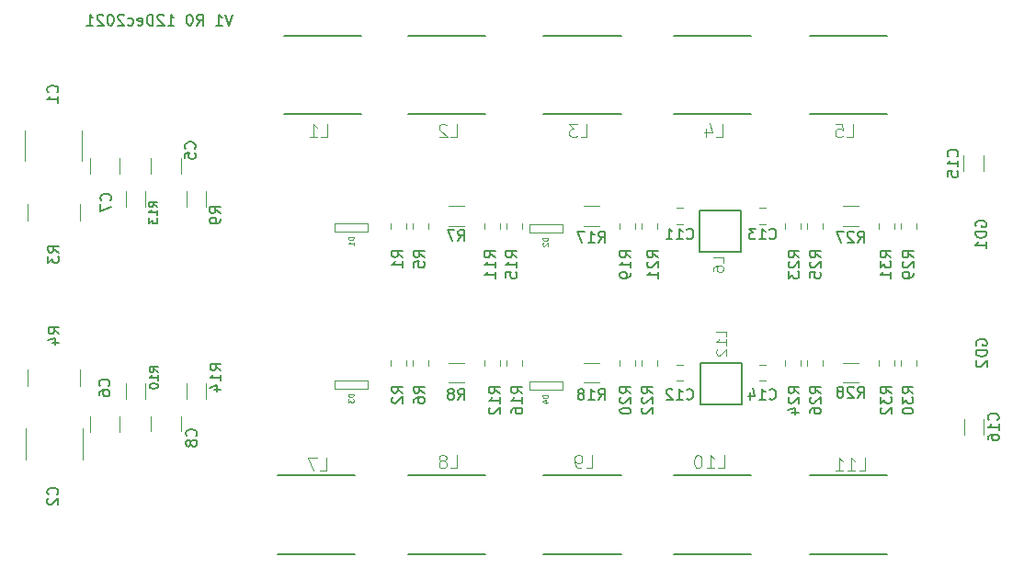
<source format=gbo>
G04 #@! TF.GenerationSoftware,KiCad,Pcbnew,7.0.7*
G04 #@! TF.CreationDate,2023-09-14T15:12:29+02:00*
G04 #@! TF.ProjectId,5uH_LISN,3575485f-4c49-4534-9e2e-6b696361645f,V1 R0*
G04 #@! TF.SameCoordinates,Original*
G04 #@! TF.FileFunction,Legend,Bot*
G04 #@! TF.FilePolarity,Positive*
%FSLAX46Y46*%
G04 Gerber Fmt 4.6, Leading zero omitted, Abs format (unit mm)*
G04 Created by KiCad (PCBNEW 7.0.7) date 2023-09-14 15:12:29*
%MOMM*%
%LPD*%
G01*
G04 APERTURE LIST*
%ADD10C,0.200000*%
%ADD11C,0.150000*%
%ADD12C,0.125000*%
%ADD13C,0.077216*%
%ADD14C,0.096520*%
%ADD15C,0.120000*%
%ADD16C,0.119380*%
%ADD17C,0.127000*%
G04 APERTURE END LIST*
D10*
X123837904Y-84429219D02*
X123504571Y-85429219D01*
X123504571Y-85429219D02*
X123171238Y-84429219D01*
X122314095Y-85429219D02*
X122885523Y-85429219D01*
X122599809Y-85429219D02*
X122599809Y-84429219D01*
X122599809Y-84429219D02*
X122695047Y-84572076D01*
X122695047Y-84572076D02*
X122790285Y-84667314D01*
X122790285Y-84667314D02*
X122885523Y-84714933D01*
X120552190Y-85429219D02*
X120885523Y-84953028D01*
X121123618Y-85429219D02*
X121123618Y-84429219D01*
X121123618Y-84429219D02*
X120742666Y-84429219D01*
X120742666Y-84429219D02*
X120647428Y-84476838D01*
X120647428Y-84476838D02*
X120599809Y-84524457D01*
X120599809Y-84524457D02*
X120552190Y-84619695D01*
X120552190Y-84619695D02*
X120552190Y-84762552D01*
X120552190Y-84762552D02*
X120599809Y-84857790D01*
X120599809Y-84857790D02*
X120647428Y-84905409D01*
X120647428Y-84905409D02*
X120742666Y-84953028D01*
X120742666Y-84953028D02*
X121123618Y-84953028D01*
X119933142Y-84429219D02*
X119837904Y-84429219D01*
X119837904Y-84429219D02*
X119742666Y-84476838D01*
X119742666Y-84476838D02*
X119695047Y-84524457D01*
X119695047Y-84524457D02*
X119647428Y-84619695D01*
X119647428Y-84619695D02*
X119599809Y-84810171D01*
X119599809Y-84810171D02*
X119599809Y-85048266D01*
X119599809Y-85048266D02*
X119647428Y-85238742D01*
X119647428Y-85238742D02*
X119695047Y-85333980D01*
X119695047Y-85333980D02*
X119742666Y-85381600D01*
X119742666Y-85381600D02*
X119837904Y-85429219D01*
X119837904Y-85429219D02*
X119933142Y-85429219D01*
X119933142Y-85429219D02*
X120028380Y-85381600D01*
X120028380Y-85381600D02*
X120075999Y-85333980D01*
X120075999Y-85333980D02*
X120123618Y-85238742D01*
X120123618Y-85238742D02*
X120171237Y-85048266D01*
X120171237Y-85048266D02*
X120171237Y-84810171D01*
X120171237Y-84810171D02*
X120123618Y-84619695D01*
X120123618Y-84619695D02*
X120075999Y-84524457D01*
X120075999Y-84524457D02*
X120028380Y-84476838D01*
X120028380Y-84476838D02*
X119933142Y-84429219D01*
X117885523Y-85429219D02*
X118456951Y-85429219D01*
X118171237Y-85429219D02*
X118171237Y-84429219D01*
X118171237Y-84429219D02*
X118266475Y-84572076D01*
X118266475Y-84572076D02*
X118361713Y-84667314D01*
X118361713Y-84667314D02*
X118456951Y-84714933D01*
X117504570Y-84524457D02*
X117456951Y-84476838D01*
X117456951Y-84476838D02*
X117361713Y-84429219D01*
X117361713Y-84429219D02*
X117123618Y-84429219D01*
X117123618Y-84429219D02*
X117028380Y-84476838D01*
X117028380Y-84476838D02*
X116980761Y-84524457D01*
X116980761Y-84524457D02*
X116933142Y-84619695D01*
X116933142Y-84619695D02*
X116933142Y-84714933D01*
X116933142Y-84714933D02*
X116980761Y-84857790D01*
X116980761Y-84857790D02*
X117552189Y-85429219D01*
X117552189Y-85429219D02*
X116933142Y-85429219D01*
X116504570Y-85429219D02*
X116504570Y-84429219D01*
X116504570Y-84429219D02*
X116266475Y-84429219D01*
X116266475Y-84429219D02*
X116123618Y-84476838D01*
X116123618Y-84476838D02*
X116028380Y-84572076D01*
X116028380Y-84572076D02*
X115980761Y-84667314D01*
X115980761Y-84667314D02*
X115933142Y-84857790D01*
X115933142Y-84857790D02*
X115933142Y-85000647D01*
X115933142Y-85000647D02*
X115980761Y-85191123D01*
X115980761Y-85191123D02*
X116028380Y-85286361D01*
X116028380Y-85286361D02*
X116123618Y-85381600D01*
X116123618Y-85381600D02*
X116266475Y-85429219D01*
X116266475Y-85429219D02*
X116504570Y-85429219D01*
X115123618Y-85381600D02*
X115218856Y-85429219D01*
X115218856Y-85429219D02*
X115409332Y-85429219D01*
X115409332Y-85429219D02*
X115504570Y-85381600D01*
X115504570Y-85381600D02*
X115552189Y-85286361D01*
X115552189Y-85286361D02*
X115552189Y-84905409D01*
X115552189Y-84905409D02*
X115504570Y-84810171D01*
X115504570Y-84810171D02*
X115409332Y-84762552D01*
X115409332Y-84762552D02*
X115218856Y-84762552D01*
X115218856Y-84762552D02*
X115123618Y-84810171D01*
X115123618Y-84810171D02*
X115075999Y-84905409D01*
X115075999Y-84905409D02*
X115075999Y-85000647D01*
X115075999Y-85000647D02*
X115552189Y-85095885D01*
X114218856Y-85381600D02*
X114314094Y-85429219D01*
X114314094Y-85429219D02*
X114504570Y-85429219D01*
X114504570Y-85429219D02*
X114599808Y-85381600D01*
X114599808Y-85381600D02*
X114647427Y-85333980D01*
X114647427Y-85333980D02*
X114695046Y-85238742D01*
X114695046Y-85238742D02*
X114695046Y-84953028D01*
X114695046Y-84953028D02*
X114647427Y-84857790D01*
X114647427Y-84857790D02*
X114599808Y-84810171D01*
X114599808Y-84810171D02*
X114504570Y-84762552D01*
X114504570Y-84762552D02*
X114314094Y-84762552D01*
X114314094Y-84762552D02*
X114218856Y-84810171D01*
X113837903Y-84524457D02*
X113790284Y-84476838D01*
X113790284Y-84476838D02*
X113695046Y-84429219D01*
X113695046Y-84429219D02*
X113456951Y-84429219D01*
X113456951Y-84429219D02*
X113361713Y-84476838D01*
X113361713Y-84476838D02*
X113314094Y-84524457D01*
X113314094Y-84524457D02*
X113266475Y-84619695D01*
X113266475Y-84619695D02*
X113266475Y-84714933D01*
X113266475Y-84714933D02*
X113314094Y-84857790D01*
X113314094Y-84857790D02*
X113885522Y-85429219D01*
X113885522Y-85429219D02*
X113266475Y-85429219D01*
X112647427Y-84429219D02*
X112552189Y-84429219D01*
X112552189Y-84429219D02*
X112456951Y-84476838D01*
X112456951Y-84476838D02*
X112409332Y-84524457D01*
X112409332Y-84524457D02*
X112361713Y-84619695D01*
X112361713Y-84619695D02*
X112314094Y-84810171D01*
X112314094Y-84810171D02*
X112314094Y-85048266D01*
X112314094Y-85048266D02*
X112361713Y-85238742D01*
X112361713Y-85238742D02*
X112409332Y-85333980D01*
X112409332Y-85333980D02*
X112456951Y-85381600D01*
X112456951Y-85381600D02*
X112552189Y-85429219D01*
X112552189Y-85429219D02*
X112647427Y-85429219D01*
X112647427Y-85429219D02*
X112742665Y-85381600D01*
X112742665Y-85381600D02*
X112790284Y-85333980D01*
X112790284Y-85333980D02*
X112837903Y-85238742D01*
X112837903Y-85238742D02*
X112885522Y-85048266D01*
X112885522Y-85048266D02*
X112885522Y-84810171D01*
X112885522Y-84810171D02*
X112837903Y-84619695D01*
X112837903Y-84619695D02*
X112790284Y-84524457D01*
X112790284Y-84524457D02*
X112742665Y-84476838D01*
X112742665Y-84476838D02*
X112647427Y-84429219D01*
X111933141Y-84524457D02*
X111885522Y-84476838D01*
X111885522Y-84476838D02*
X111790284Y-84429219D01*
X111790284Y-84429219D02*
X111552189Y-84429219D01*
X111552189Y-84429219D02*
X111456951Y-84476838D01*
X111456951Y-84476838D02*
X111409332Y-84524457D01*
X111409332Y-84524457D02*
X111361713Y-84619695D01*
X111361713Y-84619695D02*
X111361713Y-84714933D01*
X111361713Y-84714933D02*
X111409332Y-84857790D01*
X111409332Y-84857790D02*
X111980760Y-85429219D01*
X111980760Y-85429219D02*
X111361713Y-85429219D01*
X110409332Y-85429219D02*
X110980760Y-85429219D01*
X110695046Y-85429219D02*
X110695046Y-84429219D01*
X110695046Y-84429219D02*
X110790284Y-84572076D01*
X110790284Y-84572076D02*
X110885522Y-84667314D01*
X110885522Y-84667314D02*
X110980760Y-84714933D01*
D11*
X107685580Y-91595333D02*
X107733200Y-91547714D01*
X107733200Y-91547714D02*
X107780819Y-91404857D01*
X107780819Y-91404857D02*
X107780819Y-91309619D01*
X107780819Y-91309619D02*
X107733200Y-91166762D01*
X107733200Y-91166762D02*
X107637961Y-91071524D01*
X107637961Y-91071524D02*
X107542723Y-91023905D01*
X107542723Y-91023905D02*
X107352247Y-90976286D01*
X107352247Y-90976286D02*
X107209390Y-90976286D01*
X107209390Y-90976286D02*
X107018914Y-91023905D01*
X107018914Y-91023905D02*
X106923676Y-91071524D01*
X106923676Y-91071524D02*
X106828438Y-91166762D01*
X106828438Y-91166762D02*
X106780819Y-91309619D01*
X106780819Y-91309619D02*
X106780819Y-91404857D01*
X106780819Y-91404857D02*
X106828438Y-91547714D01*
X106828438Y-91547714D02*
X106876057Y-91595333D01*
X107780819Y-92547714D02*
X107780819Y-91976286D01*
X107780819Y-92262000D02*
X106780819Y-92262000D01*
X106780819Y-92262000D02*
X106923676Y-92166762D01*
X106923676Y-92166762D02*
X107018914Y-92071524D01*
X107018914Y-92071524D02*
X107066533Y-91976286D01*
X107685580Y-128645333D02*
X107733200Y-128597714D01*
X107733200Y-128597714D02*
X107780819Y-128454857D01*
X107780819Y-128454857D02*
X107780819Y-128359619D01*
X107780819Y-128359619D02*
X107733200Y-128216762D01*
X107733200Y-128216762D02*
X107637961Y-128121524D01*
X107637961Y-128121524D02*
X107542723Y-128073905D01*
X107542723Y-128073905D02*
X107352247Y-128026286D01*
X107352247Y-128026286D02*
X107209390Y-128026286D01*
X107209390Y-128026286D02*
X107018914Y-128073905D01*
X107018914Y-128073905D02*
X106923676Y-128121524D01*
X106923676Y-128121524D02*
X106828438Y-128216762D01*
X106828438Y-128216762D02*
X106780819Y-128359619D01*
X106780819Y-128359619D02*
X106780819Y-128454857D01*
X106780819Y-128454857D02*
X106828438Y-128597714D01*
X106828438Y-128597714D02*
X106876057Y-128645333D01*
X106876057Y-129026286D02*
X106828438Y-129073905D01*
X106828438Y-129073905D02*
X106780819Y-129169143D01*
X106780819Y-129169143D02*
X106780819Y-129407238D01*
X106780819Y-129407238D02*
X106828438Y-129502476D01*
X106828438Y-129502476D02*
X106876057Y-129550095D01*
X106876057Y-129550095D02*
X106971295Y-129597714D01*
X106971295Y-129597714D02*
X107066533Y-129597714D01*
X107066533Y-129597714D02*
X107209390Y-129550095D01*
X107209390Y-129550095D02*
X107780819Y-128978667D01*
X107780819Y-128978667D02*
X107780819Y-129597714D01*
X120335580Y-96795333D02*
X120383200Y-96747714D01*
X120383200Y-96747714D02*
X120430819Y-96604857D01*
X120430819Y-96604857D02*
X120430819Y-96509619D01*
X120430819Y-96509619D02*
X120383200Y-96366762D01*
X120383200Y-96366762D02*
X120287961Y-96271524D01*
X120287961Y-96271524D02*
X120192723Y-96223905D01*
X120192723Y-96223905D02*
X120002247Y-96176286D01*
X120002247Y-96176286D02*
X119859390Y-96176286D01*
X119859390Y-96176286D02*
X119668914Y-96223905D01*
X119668914Y-96223905D02*
X119573676Y-96271524D01*
X119573676Y-96271524D02*
X119478438Y-96366762D01*
X119478438Y-96366762D02*
X119430819Y-96509619D01*
X119430819Y-96509619D02*
X119430819Y-96604857D01*
X119430819Y-96604857D02*
X119478438Y-96747714D01*
X119478438Y-96747714D02*
X119526057Y-96795333D01*
X119430819Y-97700095D02*
X119430819Y-97223905D01*
X119430819Y-97223905D02*
X119907009Y-97176286D01*
X119907009Y-97176286D02*
X119859390Y-97223905D01*
X119859390Y-97223905D02*
X119811771Y-97319143D01*
X119811771Y-97319143D02*
X119811771Y-97557238D01*
X119811771Y-97557238D02*
X119859390Y-97652476D01*
X119859390Y-97652476D02*
X119907009Y-97700095D01*
X119907009Y-97700095D02*
X120002247Y-97747714D01*
X120002247Y-97747714D02*
X120240342Y-97747714D01*
X120240342Y-97747714D02*
X120335580Y-97700095D01*
X120335580Y-97700095D02*
X120383200Y-97652476D01*
X120383200Y-97652476D02*
X120430819Y-97557238D01*
X120430819Y-97557238D02*
X120430819Y-97319143D01*
X120430819Y-97319143D02*
X120383200Y-97223905D01*
X120383200Y-97223905D02*
X120335580Y-97176286D01*
X112435580Y-118645333D02*
X112483200Y-118597714D01*
X112483200Y-118597714D02*
X112530819Y-118454857D01*
X112530819Y-118454857D02*
X112530819Y-118359619D01*
X112530819Y-118359619D02*
X112483200Y-118216762D01*
X112483200Y-118216762D02*
X112387961Y-118121524D01*
X112387961Y-118121524D02*
X112292723Y-118073905D01*
X112292723Y-118073905D02*
X112102247Y-118026286D01*
X112102247Y-118026286D02*
X111959390Y-118026286D01*
X111959390Y-118026286D02*
X111768914Y-118073905D01*
X111768914Y-118073905D02*
X111673676Y-118121524D01*
X111673676Y-118121524D02*
X111578438Y-118216762D01*
X111578438Y-118216762D02*
X111530819Y-118359619D01*
X111530819Y-118359619D02*
X111530819Y-118454857D01*
X111530819Y-118454857D02*
X111578438Y-118597714D01*
X111578438Y-118597714D02*
X111626057Y-118645333D01*
X111530819Y-119502476D02*
X111530819Y-119312000D01*
X111530819Y-119312000D02*
X111578438Y-119216762D01*
X111578438Y-119216762D02*
X111626057Y-119169143D01*
X111626057Y-119169143D02*
X111768914Y-119073905D01*
X111768914Y-119073905D02*
X111959390Y-119026286D01*
X111959390Y-119026286D02*
X112340342Y-119026286D01*
X112340342Y-119026286D02*
X112435580Y-119073905D01*
X112435580Y-119073905D02*
X112483200Y-119121524D01*
X112483200Y-119121524D02*
X112530819Y-119216762D01*
X112530819Y-119216762D02*
X112530819Y-119407238D01*
X112530819Y-119407238D02*
X112483200Y-119502476D01*
X112483200Y-119502476D02*
X112435580Y-119550095D01*
X112435580Y-119550095D02*
X112340342Y-119597714D01*
X112340342Y-119597714D02*
X112102247Y-119597714D01*
X112102247Y-119597714D02*
X112007009Y-119550095D01*
X112007009Y-119550095D02*
X111959390Y-119502476D01*
X111959390Y-119502476D02*
X111911771Y-119407238D01*
X111911771Y-119407238D02*
X111911771Y-119216762D01*
X111911771Y-119216762D02*
X111959390Y-119121524D01*
X111959390Y-119121524D02*
X112007009Y-119073905D01*
X112007009Y-119073905D02*
X112102247Y-119026286D01*
X112585580Y-101545333D02*
X112633200Y-101497714D01*
X112633200Y-101497714D02*
X112680819Y-101354857D01*
X112680819Y-101354857D02*
X112680819Y-101259619D01*
X112680819Y-101259619D02*
X112633200Y-101116762D01*
X112633200Y-101116762D02*
X112537961Y-101021524D01*
X112537961Y-101021524D02*
X112442723Y-100973905D01*
X112442723Y-100973905D02*
X112252247Y-100926286D01*
X112252247Y-100926286D02*
X112109390Y-100926286D01*
X112109390Y-100926286D02*
X111918914Y-100973905D01*
X111918914Y-100973905D02*
X111823676Y-101021524D01*
X111823676Y-101021524D02*
X111728438Y-101116762D01*
X111728438Y-101116762D02*
X111680819Y-101259619D01*
X111680819Y-101259619D02*
X111680819Y-101354857D01*
X111680819Y-101354857D02*
X111728438Y-101497714D01*
X111728438Y-101497714D02*
X111776057Y-101545333D01*
X111680819Y-101878667D02*
X111680819Y-102545333D01*
X111680819Y-102545333D02*
X112680819Y-102116762D01*
X120463580Y-123256333D02*
X120511200Y-123208714D01*
X120511200Y-123208714D02*
X120558819Y-123065857D01*
X120558819Y-123065857D02*
X120558819Y-122970619D01*
X120558819Y-122970619D02*
X120511200Y-122827762D01*
X120511200Y-122827762D02*
X120415961Y-122732524D01*
X120415961Y-122732524D02*
X120320723Y-122684905D01*
X120320723Y-122684905D02*
X120130247Y-122637286D01*
X120130247Y-122637286D02*
X119987390Y-122637286D01*
X119987390Y-122637286D02*
X119796914Y-122684905D01*
X119796914Y-122684905D02*
X119701676Y-122732524D01*
X119701676Y-122732524D02*
X119606438Y-122827762D01*
X119606438Y-122827762D02*
X119558819Y-122970619D01*
X119558819Y-122970619D02*
X119558819Y-123065857D01*
X119558819Y-123065857D02*
X119606438Y-123208714D01*
X119606438Y-123208714D02*
X119654057Y-123256333D01*
X119987390Y-123827762D02*
X119939771Y-123732524D01*
X119939771Y-123732524D02*
X119892152Y-123684905D01*
X119892152Y-123684905D02*
X119796914Y-123637286D01*
X119796914Y-123637286D02*
X119749295Y-123637286D01*
X119749295Y-123637286D02*
X119654057Y-123684905D01*
X119654057Y-123684905D02*
X119606438Y-123732524D01*
X119606438Y-123732524D02*
X119558819Y-123827762D01*
X119558819Y-123827762D02*
X119558819Y-124018238D01*
X119558819Y-124018238D02*
X119606438Y-124113476D01*
X119606438Y-124113476D02*
X119654057Y-124161095D01*
X119654057Y-124161095D02*
X119749295Y-124208714D01*
X119749295Y-124208714D02*
X119796914Y-124208714D01*
X119796914Y-124208714D02*
X119892152Y-124161095D01*
X119892152Y-124161095D02*
X119939771Y-124113476D01*
X119939771Y-124113476D02*
X119987390Y-124018238D01*
X119987390Y-124018238D02*
X119987390Y-123827762D01*
X119987390Y-123827762D02*
X120035009Y-123732524D01*
X120035009Y-123732524D02*
X120082628Y-123684905D01*
X120082628Y-123684905D02*
X120177866Y-123637286D01*
X120177866Y-123637286D02*
X120368342Y-123637286D01*
X120368342Y-123637286D02*
X120463580Y-123684905D01*
X120463580Y-123684905D02*
X120511200Y-123732524D01*
X120511200Y-123732524D02*
X120558819Y-123827762D01*
X120558819Y-123827762D02*
X120558819Y-124018238D01*
X120558819Y-124018238D02*
X120511200Y-124113476D01*
X120511200Y-124113476D02*
X120463580Y-124161095D01*
X120463580Y-124161095D02*
X120368342Y-124208714D01*
X120368342Y-124208714D02*
X120177866Y-124208714D01*
X120177866Y-124208714D02*
X120082628Y-124161095D01*
X120082628Y-124161095D02*
X120035009Y-124113476D01*
X120035009Y-124113476D02*
X119987390Y-124018238D01*
D12*
X135000809Y-104942952D02*
X134500809Y-104942952D01*
X134500809Y-104942952D02*
X134500809Y-105062000D01*
X134500809Y-105062000D02*
X134524619Y-105133428D01*
X134524619Y-105133428D02*
X134572238Y-105181047D01*
X134572238Y-105181047D02*
X134619857Y-105204857D01*
X134619857Y-105204857D02*
X134715095Y-105228666D01*
X134715095Y-105228666D02*
X134786523Y-105228666D01*
X134786523Y-105228666D02*
X134881761Y-105204857D01*
X134881761Y-105204857D02*
X134929380Y-105181047D01*
X134929380Y-105181047D02*
X134977000Y-105133428D01*
X134977000Y-105133428D02*
X135000809Y-105062000D01*
X135000809Y-105062000D02*
X135000809Y-104942952D01*
X135000809Y-105704857D02*
X135000809Y-105419143D01*
X135000809Y-105562000D02*
X134500809Y-105562000D01*
X134500809Y-105562000D02*
X134572238Y-105514381D01*
X134572238Y-105514381D02*
X134619857Y-105466762D01*
X134619857Y-105466762D02*
X134643666Y-105419143D01*
X152900809Y-104992952D02*
X152400809Y-104992952D01*
X152400809Y-104992952D02*
X152400809Y-105112000D01*
X152400809Y-105112000D02*
X152424619Y-105183428D01*
X152424619Y-105183428D02*
X152472238Y-105231047D01*
X152472238Y-105231047D02*
X152519857Y-105254857D01*
X152519857Y-105254857D02*
X152615095Y-105278666D01*
X152615095Y-105278666D02*
X152686523Y-105278666D01*
X152686523Y-105278666D02*
X152781761Y-105254857D01*
X152781761Y-105254857D02*
X152829380Y-105231047D01*
X152829380Y-105231047D02*
X152877000Y-105183428D01*
X152877000Y-105183428D02*
X152900809Y-105112000D01*
X152900809Y-105112000D02*
X152900809Y-104992952D01*
X152448428Y-105469143D02*
X152424619Y-105492952D01*
X152424619Y-105492952D02*
X152400809Y-105540571D01*
X152400809Y-105540571D02*
X152400809Y-105659619D01*
X152400809Y-105659619D02*
X152424619Y-105707238D01*
X152424619Y-105707238D02*
X152448428Y-105731047D01*
X152448428Y-105731047D02*
X152496047Y-105754857D01*
X152496047Y-105754857D02*
X152543666Y-105754857D01*
X152543666Y-105754857D02*
X152615095Y-105731047D01*
X152615095Y-105731047D02*
X152900809Y-105445333D01*
X152900809Y-105445333D02*
X152900809Y-105754857D01*
X135000809Y-119392952D02*
X134500809Y-119392952D01*
X134500809Y-119392952D02*
X134500809Y-119512000D01*
X134500809Y-119512000D02*
X134524619Y-119583428D01*
X134524619Y-119583428D02*
X134572238Y-119631047D01*
X134572238Y-119631047D02*
X134619857Y-119654857D01*
X134619857Y-119654857D02*
X134715095Y-119678666D01*
X134715095Y-119678666D02*
X134786523Y-119678666D01*
X134786523Y-119678666D02*
X134881761Y-119654857D01*
X134881761Y-119654857D02*
X134929380Y-119631047D01*
X134929380Y-119631047D02*
X134977000Y-119583428D01*
X134977000Y-119583428D02*
X135000809Y-119512000D01*
X135000809Y-119512000D02*
X135000809Y-119392952D01*
X134500809Y-119845333D02*
X134500809Y-120154857D01*
X134500809Y-120154857D02*
X134691285Y-119988190D01*
X134691285Y-119988190D02*
X134691285Y-120059619D01*
X134691285Y-120059619D02*
X134715095Y-120107238D01*
X134715095Y-120107238D02*
X134738904Y-120131047D01*
X134738904Y-120131047D02*
X134786523Y-120154857D01*
X134786523Y-120154857D02*
X134905571Y-120154857D01*
X134905571Y-120154857D02*
X134953190Y-120131047D01*
X134953190Y-120131047D02*
X134977000Y-120107238D01*
X134977000Y-120107238D02*
X135000809Y-120059619D01*
X135000809Y-120059619D02*
X135000809Y-119916762D01*
X135000809Y-119916762D02*
X134977000Y-119869143D01*
X134977000Y-119869143D02*
X134953190Y-119845333D01*
X152900809Y-119492952D02*
X152400809Y-119492952D01*
X152400809Y-119492952D02*
X152400809Y-119612000D01*
X152400809Y-119612000D02*
X152424619Y-119683428D01*
X152424619Y-119683428D02*
X152472238Y-119731047D01*
X152472238Y-119731047D02*
X152519857Y-119754857D01*
X152519857Y-119754857D02*
X152615095Y-119778666D01*
X152615095Y-119778666D02*
X152686523Y-119778666D01*
X152686523Y-119778666D02*
X152781761Y-119754857D01*
X152781761Y-119754857D02*
X152829380Y-119731047D01*
X152829380Y-119731047D02*
X152877000Y-119683428D01*
X152877000Y-119683428D02*
X152900809Y-119612000D01*
X152900809Y-119612000D02*
X152900809Y-119492952D01*
X152567476Y-120207238D02*
X152900809Y-120207238D01*
X152377000Y-120088190D02*
X152734142Y-119969143D01*
X152734142Y-119969143D02*
X152734142Y-120278666D01*
D13*
X169053861Y-107300038D02*
X169053861Y-106840419D01*
X169053861Y-106840419D02*
X168088661Y-106840419D01*
X168088661Y-108035428D02*
X168088661Y-107851581D01*
X168088661Y-107851581D02*
X168134623Y-107759657D01*
X168134623Y-107759657D02*
X168180585Y-107713695D01*
X168180585Y-107713695D02*
X168318471Y-107621771D01*
X168318471Y-107621771D02*
X168502319Y-107575809D01*
X168502319Y-107575809D02*
X168870014Y-107575809D01*
X168870014Y-107575809D02*
X168961938Y-107621771D01*
X168961938Y-107621771D02*
X169007900Y-107667733D01*
X169007900Y-107667733D02*
X169053861Y-107759657D01*
X169053861Y-107759657D02*
X169053861Y-107943504D01*
X169053861Y-107943504D02*
X169007900Y-108035428D01*
X169007900Y-108035428D02*
X168961938Y-108081390D01*
X168961938Y-108081390D02*
X168870014Y-108127352D01*
X168870014Y-108127352D02*
X168640204Y-108127352D01*
X168640204Y-108127352D02*
X168548280Y-108081390D01*
X168548280Y-108081390D02*
X168502319Y-108035428D01*
X168502319Y-108035428D02*
X168456357Y-107943504D01*
X168456357Y-107943504D02*
X168456357Y-107759657D01*
X168456357Y-107759657D02*
X168502319Y-107667733D01*
X168502319Y-107667733D02*
X168548280Y-107621771D01*
X168548280Y-107621771D02*
X168640204Y-107575809D01*
D11*
X139530819Y-106795333D02*
X139054628Y-106462000D01*
X139530819Y-106223905D02*
X138530819Y-106223905D01*
X138530819Y-106223905D02*
X138530819Y-106604857D01*
X138530819Y-106604857D02*
X138578438Y-106700095D01*
X138578438Y-106700095D02*
X138626057Y-106747714D01*
X138626057Y-106747714D02*
X138721295Y-106795333D01*
X138721295Y-106795333D02*
X138864152Y-106795333D01*
X138864152Y-106795333D02*
X138959390Y-106747714D01*
X138959390Y-106747714D02*
X139007009Y-106700095D01*
X139007009Y-106700095D02*
X139054628Y-106604857D01*
X139054628Y-106604857D02*
X139054628Y-106223905D01*
X139530819Y-107747714D02*
X139530819Y-107176286D01*
X139530819Y-107462000D02*
X138530819Y-107462000D01*
X138530819Y-107462000D02*
X138673676Y-107366762D01*
X138673676Y-107366762D02*
X138768914Y-107271524D01*
X138768914Y-107271524D02*
X138816533Y-107176286D01*
X139530819Y-119295333D02*
X139054628Y-118962000D01*
X139530819Y-118723905D02*
X138530819Y-118723905D01*
X138530819Y-118723905D02*
X138530819Y-119104857D01*
X138530819Y-119104857D02*
X138578438Y-119200095D01*
X138578438Y-119200095D02*
X138626057Y-119247714D01*
X138626057Y-119247714D02*
X138721295Y-119295333D01*
X138721295Y-119295333D02*
X138864152Y-119295333D01*
X138864152Y-119295333D02*
X138959390Y-119247714D01*
X138959390Y-119247714D02*
X139007009Y-119200095D01*
X139007009Y-119200095D02*
X139054628Y-119104857D01*
X139054628Y-119104857D02*
X139054628Y-118723905D01*
X138626057Y-119676286D02*
X138578438Y-119723905D01*
X138578438Y-119723905D02*
X138530819Y-119819143D01*
X138530819Y-119819143D02*
X138530819Y-120057238D01*
X138530819Y-120057238D02*
X138578438Y-120152476D01*
X138578438Y-120152476D02*
X138626057Y-120200095D01*
X138626057Y-120200095D02*
X138721295Y-120247714D01*
X138721295Y-120247714D02*
X138816533Y-120247714D01*
X138816533Y-120247714D02*
X138959390Y-120200095D01*
X138959390Y-120200095D02*
X139530819Y-119628667D01*
X139530819Y-119628667D02*
X139530819Y-120247714D01*
X107830819Y-106345333D02*
X107354628Y-106012000D01*
X107830819Y-105773905D02*
X106830819Y-105773905D01*
X106830819Y-105773905D02*
X106830819Y-106154857D01*
X106830819Y-106154857D02*
X106878438Y-106250095D01*
X106878438Y-106250095D02*
X106926057Y-106297714D01*
X106926057Y-106297714D02*
X107021295Y-106345333D01*
X107021295Y-106345333D02*
X107164152Y-106345333D01*
X107164152Y-106345333D02*
X107259390Y-106297714D01*
X107259390Y-106297714D02*
X107307009Y-106250095D01*
X107307009Y-106250095D02*
X107354628Y-106154857D01*
X107354628Y-106154857D02*
X107354628Y-105773905D01*
X106830819Y-106678667D02*
X106830819Y-107297714D01*
X106830819Y-107297714D02*
X107211771Y-106964381D01*
X107211771Y-106964381D02*
X107211771Y-107107238D01*
X107211771Y-107107238D02*
X107259390Y-107202476D01*
X107259390Y-107202476D02*
X107307009Y-107250095D01*
X107307009Y-107250095D02*
X107402247Y-107297714D01*
X107402247Y-107297714D02*
X107640342Y-107297714D01*
X107640342Y-107297714D02*
X107735580Y-107250095D01*
X107735580Y-107250095D02*
X107783200Y-107202476D01*
X107783200Y-107202476D02*
X107830819Y-107107238D01*
X107830819Y-107107238D02*
X107830819Y-106821524D01*
X107830819Y-106821524D02*
X107783200Y-106726286D01*
X107783200Y-106726286D02*
X107735580Y-106678667D01*
X107880819Y-113845333D02*
X107404628Y-113512000D01*
X107880819Y-113273905D02*
X106880819Y-113273905D01*
X106880819Y-113273905D02*
X106880819Y-113654857D01*
X106880819Y-113654857D02*
X106928438Y-113750095D01*
X106928438Y-113750095D02*
X106976057Y-113797714D01*
X106976057Y-113797714D02*
X107071295Y-113845333D01*
X107071295Y-113845333D02*
X107214152Y-113845333D01*
X107214152Y-113845333D02*
X107309390Y-113797714D01*
X107309390Y-113797714D02*
X107357009Y-113750095D01*
X107357009Y-113750095D02*
X107404628Y-113654857D01*
X107404628Y-113654857D02*
X107404628Y-113273905D01*
X107214152Y-114702476D02*
X107880819Y-114702476D01*
X106833200Y-114464381D02*
X107547485Y-114226286D01*
X107547485Y-114226286D02*
X107547485Y-114845333D01*
X141530819Y-106795333D02*
X141054628Y-106462000D01*
X141530819Y-106223905D02*
X140530819Y-106223905D01*
X140530819Y-106223905D02*
X140530819Y-106604857D01*
X140530819Y-106604857D02*
X140578438Y-106700095D01*
X140578438Y-106700095D02*
X140626057Y-106747714D01*
X140626057Y-106747714D02*
X140721295Y-106795333D01*
X140721295Y-106795333D02*
X140864152Y-106795333D01*
X140864152Y-106795333D02*
X140959390Y-106747714D01*
X140959390Y-106747714D02*
X141007009Y-106700095D01*
X141007009Y-106700095D02*
X141054628Y-106604857D01*
X141054628Y-106604857D02*
X141054628Y-106223905D01*
X140530819Y-107700095D02*
X140530819Y-107223905D01*
X140530819Y-107223905D02*
X141007009Y-107176286D01*
X141007009Y-107176286D02*
X140959390Y-107223905D01*
X140959390Y-107223905D02*
X140911771Y-107319143D01*
X140911771Y-107319143D02*
X140911771Y-107557238D01*
X140911771Y-107557238D02*
X140959390Y-107652476D01*
X140959390Y-107652476D02*
X141007009Y-107700095D01*
X141007009Y-107700095D02*
X141102247Y-107747714D01*
X141102247Y-107747714D02*
X141340342Y-107747714D01*
X141340342Y-107747714D02*
X141435580Y-107700095D01*
X141435580Y-107700095D02*
X141483200Y-107652476D01*
X141483200Y-107652476D02*
X141530819Y-107557238D01*
X141530819Y-107557238D02*
X141530819Y-107319143D01*
X141530819Y-107319143D02*
X141483200Y-107223905D01*
X141483200Y-107223905D02*
X141435580Y-107176286D01*
X141530819Y-119295333D02*
X141054628Y-118962000D01*
X141530819Y-118723905D02*
X140530819Y-118723905D01*
X140530819Y-118723905D02*
X140530819Y-119104857D01*
X140530819Y-119104857D02*
X140578438Y-119200095D01*
X140578438Y-119200095D02*
X140626057Y-119247714D01*
X140626057Y-119247714D02*
X140721295Y-119295333D01*
X140721295Y-119295333D02*
X140864152Y-119295333D01*
X140864152Y-119295333D02*
X140959390Y-119247714D01*
X140959390Y-119247714D02*
X141007009Y-119200095D01*
X141007009Y-119200095D02*
X141054628Y-119104857D01*
X141054628Y-119104857D02*
X141054628Y-118723905D01*
X140530819Y-120152476D02*
X140530819Y-119962000D01*
X140530819Y-119962000D02*
X140578438Y-119866762D01*
X140578438Y-119866762D02*
X140626057Y-119819143D01*
X140626057Y-119819143D02*
X140768914Y-119723905D01*
X140768914Y-119723905D02*
X140959390Y-119676286D01*
X140959390Y-119676286D02*
X141340342Y-119676286D01*
X141340342Y-119676286D02*
X141435580Y-119723905D01*
X141435580Y-119723905D02*
X141483200Y-119771524D01*
X141483200Y-119771524D02*
X141530819Y-119866762D01*
X141530819Y-119866762D02*
X141530819Y-120057238D01*
X141530819Y-120057238D02*
X141483200Y-120152476D01*
X141483200Y-120152476D02*
X141435580Y-120200095D01*
X141435580Y-120200095D02*
X141340342Y-120247714D01*
X141340342Y-120247714D02*
X141102247Y-120247714D01*
X141102247Y-120247714D02*
X141007009Y-120200095D01*
X141007009Y-120200095D02*
X140959390Y-120152476D01*
X140959390Y-120152476D02*
X140911771Y-120057238D01*
X140911771Y-120057238D02*
X140911771Y-119866762D01*
X140911771Y-119866762D02*
X140959390Y-119771524D01*
X140959390Y-119771524D02*
X141007009Y-119723905D01*
X141007009Y-119723905D02*
X141102247Y-119676286D01*
X144620666Y-105283819D02*
X144953999Y-104807628D01*
X145192094Y-105283819D02*
X145192094Y-104283819D01*
X145192094Y-104283819D02*
X144811142Y-104283819D01*
X144811142Y-104283819D02*
X144715904Y-104331438D01*
X144715904Y-104331438D02*
X144668285Y-104379057D01*
X144668285Y-104379057D02*
X144620666Y-104474295D01*
X144620666Y-104474295D02*
X144620666Y-104617152D01*
X144620666Y-104617152D02*
X144668285Y-104712390D01*
X144668285Y-104712390D02*
X144715904Y-104760009D01*
X144715904Y-104760009D02*
X144811142Y-104807628D01*
X144811142Y-104807628D02*
X145192094Y-104807628D01*
X144287332Y-104283819D02*
X143620666Y-104283819D01*
X143620666Y-104283819D02*
X144049237Y-105283819D01*
X144620666Y-119916819D02*
X144953999Y-119440628D01*
X145192094Y-119916819D02*
X145192094Y-118916819D01*
X145192094Y-118916819D02*
X144811142Y-118916819D01*
X144811142Y-118916819D02*
X144715904Y-118964438D01*
X144715904Y-118964438D02*
X144668285Y-119012057D01*
X144668285Y-119012057D02*
X144620666Y-119107295D01*
X144620666Y-119107295D02*
X144620666Y-119250152D01*
X144620666Y-119250152D02*
X144668285Y-119345390D01*
X144668285Y-119345390D02*
X144715904Y-119393009D01*
X144715904Y-119393009D02*
X144811142Y-119440628D01*
X144811142Y-119440628D02*
X145192094Y-119440628D01*
X144049237Y-119345390D02*
X144144475Y-119297771D01*
X144144475Y-119297771D02*
X144192094Y-119250152D01*
X144192094Y-119250152D02*
X144239713Y-119154914D01*
X144239713Y-119154914D02*
X144239713Y-119107295D01*
X144239713Y-119107295D02*
X144192094Y-119012057D01*
X144192094Y-119012057D02*
X144144475Y-118964438D01*
X144144475Y-118964438D02*
X144049237Y-118916819D01*
X144049237Y-118916819D02*
X143858761Y-118916819D01*
X143858761Y-118916819D02*
X143763523Y-118964438D01*
X143763523Y-118964438D02*
X143715904Y-119012057D01*
X143715904Y-119012057D02*
X143668285Y-119107295D01*
X143668285Y-119107295D02*
X143668285Y-119154914D01*
X143668285Y-119154914D02*
X143715904Y-119250152D01*
X143715904Y-119250152D02*
X143763523Y-119297771D01*
X143763523Y-119297771D02*
X143858761Y-119345390D01*
X143858761Y-119345390D02*
X144049237Y-119345390D01*
X144049237Y-119345390D02*
X144144475Y-119393009D01*
X144144475Y-119393009D02*
X144192094Y-119440628D01*
X144192094Y-119440628D02*
X144239713Y-119535866D01*
X144239713Y-119535866D02*
X144239713Y-119726342D01*
X144239713Y-119726342D02*
X144192094Y-119821580D01*
X144192094Y-119821580D02*
X144144475Y-119869200D01*
X144144475Y-119869200D02*
X144049237Y-119916819D01*
X144049237Y-119916819D02*
X143858761Y-119916819D01*
X143858761Y-119916819D02*
X143763523Y-119869200D01*
X143763523Y-119869200D02*
X143715904Y-119821580D01*
X143715904Y-119821580D02*
X143668285Y-119726342D01*
X143668285Y-119726342D02*
X143668285Y-119535866D01*
X143668285Y-119535866D02*
X143715904Y-119440628D01*
X143715904Y-119440628D02*
X143763523Y-119393009D01*
X143763523Y-119393009D02*
X143858761Y-119345390D01*
X122730819Y-102745333D02*
X122254628Y-102412000D01*
X122730819Y-102173905D02*
X121730819Y-102173905D01*
X121730819Y-102173905D02*
X121730819Y-102554857D01*
X121730819Y-102554857D02*
X121778438Y-102650095D01*
X121778438Y-102650095D02*
X121826057Y-102697714D01*
X121826057Y-102697714D02*
X121921295Y-102745333D01*
X121921295Y-102745333D02*
X122064152Y-102745333D01*
X122064152Y-102745333D02*
X122159390Y-102697714D01*
X122159390Y-102697714D02*
X122207009Y-102650095D01*
X122207009Y-102650095D02*
X122254628Y-102554857D01*
X122254628Y-102554857D02*
X122254628Y-102173905D01*
X122730819Y-103221524D02*
X122730819Y-103412000D01*
X122730819Y-103412000D02*
X122683200Y-103507238D01*
X122683200Y-103507238D02*
X122635580Y-103554857D01*
X122635580Y-103554857D02*
X122492723Y-103650095D01*
X122492723Y-103650095D02*
X122302247Y-103697714D01*
X122302247Y-103697714D02*
X121921295Y-103697714D01*
X121921295Y-103697714D02*
X121826057Y-103650095D01*
X121826057Y-103650095D02*
X121778438Y-103602476D01*
X121778438Y-103602476D02*
X121730819Y-103507238D01*
X121730819Y-103507238D02*
X121730819Y-103316762D01*
X121730819Y-103316762D02*
X121778438Y-103221524D01*
X121778438Y-103221524D02*
X121826057Y-103173905D01*
X121826057Y-103173905D02*
X121921295Y-103126286D01*
X121921295Y-103126286D02*
X122159390Y-103126286D01*
X122159390Y-103126286D02*
X122254628Y-103173905D01*
X122254628Y-103173905D02*
X122302247Y-103221524D01*
X122302247Y-103221524D02*
X122349866Y-103316762D01*
X122349866Y-103316762D02*
X122349866Y-103507238D01*
X122349866Y-103507238D02*
X122302247Y-103602476D01*
X122302247Y-103602476D02*
X122254628Y-103650095D01*
X122254628Y-103650095D02*
X122159390Y-103697714D01*
X116988295Y-117347714D02*
X116607342Y-117081047D01*
X116988295Y-116890571D02*
X116188295Y-116890571D01*
X116188295Y-116890571D02*
X116188295Y-117195333D01*
X116188295Y-117195333D02*
X116226390Y-117271523D01*
X116226390Y-117271523D02*
X116264485Y-117309618D01*
X116264485Y-117309618D02*
X116340676Y-117347714D01*
X116340676Y-117347714D02*
X116454961Y-117347714D01*
X116454961Y-117347714D02*
X116531152Y-117309618D01*
X116531152Y-117309618D02*
X116569247Y-117271523D01*
X116569247Y-117271523D02*
X116607342Y-117195333D01*
X116607342Y-117195333D02*
X116607342Y-116890571D01*
X116988295Y-118109618D02*
X116988295Y-117652475D01*
X116988295Y-117881047D02*
X116188295Y-117881047D01*
X116188295Y-117881047D02*
X116302580Y-117804856D01*
X116302580Y-117804856D02*
X116378771Y-117728666D01*
X116378771Y-117728666D02*
X116416866Y-117652475D01*
X116188295Y-118604857D02*
X116188295Y-118681047D01*
X116188295Y-118681047D02*
X116226390Y-118757238D01*
X116226390Y-118757238D02*
X116264485Y-118795333D01*
X116264485Y-118795333D02*
X116340676Y-118833428D01*
X116340676Y-118833428D02*
X116493057Y-118871523D01*
X116493057Y-118871523D02*
X116683533Y-118871523D01*
X116683533Y-118871523D02*
X116835914Y-118833428D01*
X116835914Y-118833428D02*
X116912104Y-118795333D01*
X116912104Y-118795333D02*
X116950200Y-118757238D01*
X116950200Y-118757238D02*
X116988295Y-118681047D01*
X116988295Y-118681047D02*
X116988295Y-118604857D01*
X116988295Y-118604857D02*
X116950200Y-118528666D01*
X116950200Y-118528666D02*
X116912104Y-118490571D01*
X116912104Y-118490571D02*
X116835914Y-118452476D01*
X116835914Y-118452476D02*
X116683533Y-118414380D01*
X116683533Y-118414380D02*
X116493057Y-118414380D01*
X116493057Y-118414380D02*
X116340676Y-118452476D01*
X116340676Y-118452476D02*
X116264485Y-118490571D01*
X116264485Y-118490571D02*
X116226390Y-118528666D01*
X116226390Y-118528666D02*
X116188295Y-118604857D01*
X148030819Y-106819142D02*
X147554628Y-106485809D01*
X148030819Y-106247714D02*
X147030819Y-106247714D01*
X147030819Y-106247714D02*
X147030819Y-106628666D01*
X147030819Y-106628666D02*
X147078438Y-106723904D01*
X147078438Y-106723904D02*
X147126057Y-106771523D01*
X147126057Y-106771523D02*
X147221295Y-106819142D01*
X147221295Y-106819142D02*
X147364152Y-106819142D01*
X147364152Y-106819142D02*
X147459390Y-106771523D01*
X147459390Y-106771523D02*
X147507009Y-106723904D01*
X147507009Y-106723904D02*
X147554628Y-106628666D01*
X147554628Y-106628666D02*
X147554628Y-106247714D01*
X148030819Y-107771523D02*
X148030819Y-107200095D01*
X148030819Y-107485809D02*
X147030819Y-107485809D01*
X147030819Y-107485809D02*
X147173676Y-107390571D01*
X147173676Y-107390571D02*
X147268914Y-107295333D01*
X147268914Y-107295333D02*
X147316533Y-107200095D01*
X148030819Y-108723904D02*
X148030819Y-108152476D01*
X148030819Y-108438190D02*
X147030819Y-108438190D01*
X147030819Y-108438190D02*
X147173676Y-108342952D01*
X147173676Y-108342952D02*
X147268914Y-108247714D01*
X147268914Y-108247714D02*
X147316533Y-108152476D01*
X148454819Y-119319142D02*
X147978628Y-118985809D01*
X148454819Y-118747714D02*
X147454819Y-118747714D01*
X147454819Y-118747714D02*
X147454819Y-119128666D01*
X147454819Y-119128666D02*
X147502438Y-119223904D01*
X147502438Y-119223904D02*
X147550057Y-119271523D01*
X147550057Y-119271523D02*
X147645295Y-119319142D01*
X147645295Y-119319142D02*
X147788152Y-119319142D01*
X147788152Y-119319142D02*
X147883390Y-119271523D01*
X147883390Y-119271523D02*
X147931009Y-119223904D01*
X147931009Y-119223904D02*
X147978628Y-119128666D01*
X147978628Y-119128666D02*
X147978628Y-118747714D01*
X148454819Y-120271523D02*
X148454819Y-119700095D01*
X148454819Y-119985809D02*
X147454819Y-119985809D01*
X147454819Y-119985809D02*
X147597676Y-119890571D01*
X147597676Y-119890571D02*
X147692914Y-119795333D01*
X147692914Y-119795333D02*
X147740533Y-119700095D01*
X147550057Y-120652476D02*
X147502438Y-120700095D01*
X147502438Y-120700095D02*
X147454819Y-120795333D01*
X147454819Y-120795333D02*
X147454819Y-121033428D01*
X147454819Y-121033428D02*
X147502438Y-121128666D01*
X147502438Y-121128666D02*
X147550057Y-121176285D01*
X147550057Y-121176285D02*
X147645295Y-121223904D01*
X147645295Y-121223904D02*
X147740533Y-121223904D01*
X147740533Y-121223904D02*
X147883390Y-121176285D01*
X147883390Y-121176285D02*
X148454819Y-120604857D01*
X148454819Y-120604857D02*
X148454819Y-121223904D01*
X116938295Y-102147714D02*
X116557342Y-101881047D01*
X116938295Y-101690571D02*
X116138295Y-101690571D01*
X116138295Y-101690571D02*
X116138295Y-101995333D01*
X116138295Y-101995333D02*
X116176390Y-102071523D01*
X116176390Y-102071523D02*
X116214485Y-102109618D01*
X116214485Y-102109618D02*
X116290676Y-102147714D01*
X116290676Y-102147714D02*
X116404961Y-102147714D01*
X116404961Y-102147714D02*
X116481152Y-102109618D01*
X116481152Y-102109618D02*
X116519247Y-102071523D01*
X116519247Y-102071523D02*
X116557342Y-101995333D01*
X116557342Y-101995333D02*
X116557342Y-101690571D01*
X116938295Y-102909618D02*
X116938295Y-102452475D01*
X116938295Y-102681047D02*
X116138295Y-102681047D01*
X116138295Y-102681047D02*
X116252580Y-102604856D01*
X116252580Y-102604856D02*
X116328771Y-102528666D01*
X116328771Y-102528666D02*
X116366866Y-102452475D01*
X116138295Y-103176285D02*
X116138295Y-103671523D01*
X116138295Y-103671523D02*
X116443057Y-103404857D01*
X116443057Y-103404857D02*
X116443057Y-103519142D01*
X116443057Y-103519142D02*
X116481152Y-103595333D01*
X116481152Y-103595333D02*
X116519247Y-103633428D01*
X116519247Y-103633428D02*
X116595438Y-103671523D01*
X116595438Y-103671523D02*
X116785914Y-103671523D01*
X116785914Y-103671523D02*
X116862104Y-103633428D01*
X116862104Y-103633428D02*
X116900200Y-103595333D01*
X116900200Y-103595333D02*
X116938295Y-103519142D01*
X116938295Y-103519142D02*
X116938295Y-103290571D01*
X116938295Y-103290571D02*
X116900200Y-103214380D01*
X116900200Y-103214380D02*
X116862104Y-103176285D01*
X122780819Y-117219142D02*
X122304628Y-116885809D01*
X122780819Y-116647714D02*
X121780819Y-116647714D01*
X121780819Y-116647714D02*
X121780819Y-117028666D01*
X121780819Y-117028666D02*
X121828438Y-117123904D01*
X121828438Y-117123904D02*
X121876057Y-117171523D01*
X121876057Y-117171523D02*
X121971295Y-117219142D01*
X121971295Y-117219142D02*
X122114152Y-117219142D01*
X122114152Y-117219142D02*
X122209390Y-117171523D01*
X122209390Y-117171523D02*
X122257009Y-117123904D01*
X122257009Y-117123904D02*
X122304628Y-117028666D01*
X122304628Y-117028666D02*
X122304628Y-116647714D01*
X122780819Y-118171523D02*
X122780819Y-117600095D01*
X122780819Y-117885809D02*
X121780819Y-117885809D01*
X121780819Y-117885809D02*
X121923676Y-117790571D01*
X121923676Y-117790571D02*
X122018914Y-117695333D01*
X122018914Y-117695333D02*
X122066533Y-117600095D01*
X122114152Y-119028666D02*
X122780819Y-119028666D01*
X121733200Y-118790571D02*
X122447485Y-118552476D01*
X122447485Y-118552476D02*
X122447485Y-119171523D01*
X150030819Y-106819142D02*
X149554628Y-106485809D01*
X150030819Y-106247714D02*
X149030819Y-106247714D01*
X149030819Y-106247714D02*
X149030819Y-106628666D01*
X149030819Y-106628666D02*
X149078438Y-106723904D01*
X149078438Y-106723904D02*
X149126057Y-106771523D01*
X149126057Y-106771523D02*
X149221295Y-106819142D01*
X149221295Y-106819142D02*
X149364152Y-106819142D01*
X149364152Y-106819142D02*
X149459390Y-106771523D01*
X149459390Y-106771523D02*
X149507009Y-106723904D01*
X149507009Y-106723904D02*
X149554628Y-106628666D01*
X149554628Y-106628666D02*
X149554628Y-106247714D01*
X150030819Y-107771523D02*
X150030819Y-107200095D01*
X150030819Y-107485809D02*
X149030819Y-107485809D01*
X149030819Y-107485809D02*
X149173676Y-107390571D01*
X149173676Y-107390571D02*
X149268914Y-107295333D01*
X149268914Y-107295333D02*
X149316533Y-107200095D01*
X149030819Y-108676285D02*
X149030819Y-108200095D01*
X149030819Y-108200095D02*
X149507009Y-108152476D01*
X149507009Y-108152476D02*
X149459390Y-108200095D01*
X149459390Y-108200095D02*
X149411771Y-108295333D01*
X149411771Y-108295333D02*
X149411771Y-108533428D01*
X149411771Y-108533428D02*
X149459390Y-108628666D01*
X149459390Y-108628666D02*
X149507009Y-108676285D01*
X149507009Y-108676285D02*
X149602247Y-108723904D01*
X149602247Y-108723904D02*
X149840342Y-108723904D01*
X149840342Y-108723904D02*
X149935580Y-108676285D01*
X149935580Y-108676285D02*
X149983200Y-108628666D01*
X149983200Y-108628666D02*
X150030819Y-108533428D01*
X150030819Y-108533428D02*
X150030819Y-108295333D01*
X150030819Y-108295333D02*
X149983200Y-108200095D01*
X149983200Y-108200095D02*
X149935580Y-108152476D01*
X150530819Y-119319142D02*
X150054628Y-118985809D01*
X150530819Y-118747714D02*
X149530819Y-118747714D01*
X149530819Y-118747714D02*
X149530819Y-119128666D01*
X149530819Y-119128666D02*
X149578438Y-119223904D01*
X149578438Y-119223904D02*
X149626057Y-119271523D01*
X149626057Y-119271523D02*
X149721295Y-119319142D01*
X149721295Y-119319142D02*
X149864152Y-119319142D01*
X149864152Y-119319142D02*
X149959390Y-119271523D01*
X149959390Y-119271523D02*
X150007009Y-119223904D01*
X150007009Y-119223904D02*
X150054628Y-119128666D01*
X150054628Y-119128666D02*
X150054628Y-118747714D01*
X150530819Y-120271523D02*
X150530819Y-119700095D01*
X150530819Y-119985809D02*
X149530819Y-119985809D01*
X149530819Y-119985809D02*
X149673676Y-119890571D01*
X149673676Y-119890571D02*
X149768914Y-119795333D01*
X149768914Y-119795333D02*
X149816533Y-119700095D01*
X149530819Y-121128666D02*
X149530819Y-120938190D01*
X149530819Y-120938190D02*
X149578438Y-120842952D01*
X149578438Y-120842952D02*
X149626057Y-120795333D01*
X149626057Y-120795333D02*
X149768914Y-120700095D01*
X149768914Y-120700095D02*
X149959390Y-120652476D01*
X149959390Y-120652476D02*
X150340342Y-120652476D01*
X150340342Y-120652476D02*
X150435580Y-120700095D01*
X150435580Y-120700095D02*
X150483200Y-120747714D01*
X150483200Y-120747714D02*
X150530819Y-120842952D01*
X150530819Y-120842952D02*
X150530819Y-121033428D01*
X150530819Y-121033428D02*
X150483200Y-121128666D01*
X150483200Y-121128666D02*
X150435580Y-121176285D01*
X150435580Y-121176285D02*
X150340342Y-121223904D01*
X150340342Y-121223904D02*
X150102247Y-121223904D01*
X150102247Y-121223904D02*
X150007009Y-121176285D01*
X150007009Y-121176285D02*
X149959390Y-121128666D01*
X149959390Y-121128666D02*
X149911771Y-121033428D01*
X149911771Y-121033428D02*
X149911771Y-120842952D01*
X149911771Y-120842952D02*
X149959390Y-120747714D01*
X149959390Y-120747714D02*
X150007009Y-120700095D01*
X150007009Y-120700095D02*
X150102247Y-120652476D01*
X165678857Y-105048580D02*
X165726476Y-105096200D01*
X165726476Y-105096200D02*
X165869333Y-105143819D01*
X165869333Y-105143819D02*
X165964571Y-105143819D01*
X165964571Y-105143819D02*
X166107428Y-105096200D01*
X166107428Y-105096200D02*
X166202666Y-105000961D01*
X166202666Y-105000961D02*
X166250285Y-104905723D01*
X166250285Y-104905723D02*
X166297904Y-104715247D01*
X166297904Y-104715247D02*
X166297904Y-104572390D01*
X166297904Y-104572390D02*
X166250285Y-104381914D01*
X166250285Y-104381914D02*
X166202666Y-104286676D01*
X166202666Y-104286676D02*
X166107428Y-104191438D01*
X166107428Y-104191438D02*
X165964571Y-104143819D01*
X165964571Y-104143819D02*
X165869333Y-104143819D01*
X165869333Y-104143819D02*
X165726476Y-104191438D01*
X165726476Y-104191438D02*
X165678857Y-104239057D01*
X164726476Y-105143819D02*
X165297904Y-105143819D01*
X165012190Y-105143819D02*
X165012190Y-104143819D01*
X165012190Y-104143819D02*
X165107428Y-104286676D01*
X165107428Y-104286676D02*
X165202666Y-104381914D01*
X165202666Y-104381914D02*
X165297904Y-104429533D01*
X163774095Y-105143819D02*
X164345523Y-105143819D01*
X164059809Y-105143819D02*
X164059809Y-104143819D01*
X164059809Y-104143819D02*
X164155047Y-104286676D01*
X164155047Y-104286676D02*
X164250285Y-104381914D01*
X164250285Y-104381914D02*
X164345523Y-104429533D01*
X165678857Y-119821580D02*
X165726476Y-119869200D01*
X165726476Y-119869200D02*
X165869333Y-119916819D01*
X165869333Y-119916819D02*
X165964571Y-119916819D01*
X165964571Y-119916819D02*
X166107428Y-119869200D01*
X166107428Y-119869200D02*
X166202666Y-119773961D01*
X166202666Y-119773961D02*
X166250285Y-119678723D01*
X166250285Y-119678723D02*
X166297904Y-119488247D01*
X166297904Y-119488247D02*
X166297904Y-119345390D01*
X166297904Y-119345390D02*
X166250285Y-119154914D01*
X166250285Y-119154914D02*
X166202666Y-119059676D01*
X166202666Y-119059676D02*
X166107428Y-118964438D01*
X166107428Y-118964438D02*
X165964571Y-118916819D01*
X165964571Y-118916819D02*
X165869333Y-118916819D01*
X165869333Y-118916819D02*
X165726476Y-118964438D01*
X165726476Y-118964438D02*
X165678857Y-119012057D01*
X164726476Y-119916819D02*
X165297904Y-119916819D01*
X165012190Y-119916819D02*
X165012190Y-118916819D01*
X165012190Y-118916819D02*
X165107428Y-119059676D01*
X165107428Y-119059676D02*
X165202666Y-119154914D01*
X165202666Y-119154914D02*
X165297904Y-119202533D01*
X164345523Y-119012057D02*
X164297904Y-118964438D01*
X164297904Y-118964438D02*
X164202666Y-118916819D01*
X164202666Y-118916819D02*
X163964571Y-118916819D01*
X163964571Y-118916819D02*
X163869333Y-118964438D01*
X163869333Y-118964438D02*
X163821714Y-119012057D01*
X163821714Y-119012057D02*
X163774095Y-119107295D01*
X163774095Y-119107295D02*
X163774095Y-119202533D01*
X163774095Y-119202533D02*
X163821714Y-119345390D01*
X163821714Y-119345390D02*
X164393142Y-119916819D01*
X164393142Y-119916819D02*
X163774095Y-119916819D01*
X173298857Y-105048580D02*
X173346476Y-105096200D01*
X173346476Y-105096200D02*
X173489333Y-105143819D01*
X173489333Y-105143819D02*
X173584571Y-105143819D01*
X173584571Y-105143819D02*
X173727428Y-105096200D01*
X173727428Y-105096200D02*
X173822666Y-105000961D01*
X173822666Y-105000961D02*
X173870285Y-104905723D01*
X173870285Y-104905723D02*
X173917904Y-104715247D01*
X173917904Y-104715247D02*
X173917904Y-104572390D01*
X173917904Y-104572390D02*
X173870285Y-104381914D01*
X173870285Y-104381914D02*
X173822666Y-104286676D01*
X173822666Y-104286676D02*
X173727428Y-104191438D01*
X173727428Y-104191438D02*
X173584571Y-104143819D01*
X173584571Y-104143819D02*
X173489333Y-104143819D01*
X173489333Y-104143819D02*
X173346476Y-104191438D01*
X173346476Y-104191438D02*
X173298857Y-104239057D01*
X172346476Y-105143819D02*
X172917904Y-105143819D01*
X172632190Y-105143819D02*
X172632190Y-104143819D01*
X172632190Y-104143819D02*
X172727428Y-104286676D01*
X172727428Y-104286676D02*
X172822666Y-104381914D01*
X172822666Y-104381914D02*
X172917904Y-104429533D01*
X172013142Y-104143819D02*
X171394095Y-104143819D01*
X171394095Y-104143819D02*
X171727428Y-104524771D01*
X171727428Y-104524771D02*
X171584571Y-104524771D01*
X171584571Y-104524771D02*
X171489333Y-104572390D01*
X171489333Y-104572390D02*
X171441714Y-104620009D01*
X171441714Y-104620009D02*
X171394095Y-104715247D01*
X171394095Y-104715247D02*
X171394095Y-104953342D01*
X171394095Y-104953342D02*
X171441714Y-105048580D01*
X171441714Y-105048580D02*
X171489333Y-105096200D01*
X171489333Y-105096200D02*
X171584571Y-105143819D01*
X171584571Y-105143819D02*
X171870285Y-105143819D01*
X171870285Y-105143819D02*
X171965523Y-105096200D01*
X171965523Y-105096200D02*
X172013142Y-105048580D01*
X173298857Y-119821580D02*
X173346476Y-119869200D01*
X173346476Y-119869200D02*
X173489333Y-119916819D01*
X173489333Y-119916819D02*
X173584571Y-119916819D01*
X173584571Y-119916819D02*
X173727428Y-119869200D01*
X173727428Y-119869200D02*
X173822666Y-119773961D01*
X173822666Y-119773961D02*
X173870285Y-119678723D01*
X173870285Y-119678723D02*
X173917904Y-119488247D01*
X173917904Y-119488247D02*
X173917904Y-119345390D01*
X173917904Y-119345390D02*
X173870285Y-119154914D01*
X173870285Y-119154914D02*
X173822666Y-119059676D01*
X173822666Y-119059676D02*
X173727428Y-118964438D01*
X173727428Y-118964438D02*
X173584571Y-118916819D01*
X173584571Y-118916819D02*
X173489333Y-118916819D01*
X173489333Y-118916819D02*
X173346476Y-118964438D01*
X173346476Y-118964438D02*
X173298857Y-119012057D01*
X172346476Y-119916819D02*
X172917904Y-119916819D01*
X172632190Y-119916819D02*
X172632190Y-118916819D01*
X172632190Y-118916819D02*
X172727428Y-119059676D01*
X172727428Y-119059676D02*
X172822666Y-119154914D01*
X172822666Y-119154914D02*
X172917904Y-119202533D01*
X171489333Y-119250152D02*
X171489333Y-119916819D01*
X171727428Y-118869200D02*
X171965523Y-119583485D01*
X171965523Y-119583485D02*
X171346476Y-119583485D01*
X190585580Y-97503142D02*
X190633200Y-97455523D01*
X190633200Y-97455523D02*
X190680819Y-97312666D01*
X190680819Y-97312666D02*
X190680819Y-97217428D01*
X190680819Y-97217428D02*
X190633200Y-97074571D01*
X190633200Y-97074571D02*
X190537961Y-96979333D01*
X190537961Y-96979333D02*
X190442723Y-96931714D01*
X190442723Y-96931714D02*
X190252247Y-96884095D01*
X190252247Y-96884095D02*
X190109390Y-96884095D01*
X190109390Y-96884095D02*
X189918914Y-96931714D01*
X189918914Y-96931714D02*
X189823676Y-96979333D01*
X189823676Y-96979333D02*
X189728438Y-97074571D01*
X189728438Y-97074571D02*
X189680819Y-97217428D01*
X189680819Y-97217428D02*
X189680819Y-97312666D01*
X189680819Y-97312666D02*
X189728438Y-97455523D01*
X189728438Y-97455523D02*
X189776057Y-97503142D01*
X190680819Y-98455523D02*
X190680819Y-97884095D01*
X190680819Y-98169809D02*
X189680819Y-98169809D01*
X189680819Y-98169809D02*
X189823676Y-98074571D01*
X189823676Y-98074571D02*
X189918914Y-97979333D01*
X189918914Y-97979333D02*
X189966533Y-97884095D01*
X189680819Y-99360285D02*
X189680819Y-98884095D01*
X189680819Y-98884095D02*
X190157009Y-98836476D01*
X190157009Y-98836476D02*
X190109390Y-98884095D01*
X190109390Y-98884095D02*
X190061771Y-98979333D01*
X190061771Y-98979333D02*
X190061771Y-99217428D01*
X190061771Y-99217428D02*
X190109390Y-99312666D01*
X190109390Y-99312666D02*
X190157009Y-99360285D01*
X190157009Y-99360285D02*
X190252247Y-99407904D01*
X190252247Y-99407904D02*
X190490342Y-99407904D01*
X190490342Y-99407904D02*
X190585580Y-99360285D01*
X190585580Y-99360285D02*
X190633200Y-99312666D01*
X190633200Y-99312666D02*
X190680819Y-99217428D01*
X190680819Y-99217428D02*
X190680819Y-98979333D01*
X190680819Y-98979333D02*
X190633200Y-98884095D01*
X190633200Y-98884095D02*
X190585580Y-98836476D01*
X194327580Y-121785142D02*
X194375200Y-121737523D01*
X194375200Y-121737523D02*
X194422819Y-121594666D01*
X194422819Y-121594666D02*
X194422819Y-121499428D01*
X194422819Y-121499428D02*
X194375200Y-121356571D01*
X194375200Y-121356571D02*
X194279961Y-121261333D01*
X194279961Y-121261333D02*
X194184723Y-121213714D01*
X194184723Y-121213714D02*
X193994247Y-121166095D01*
X193994247Y-121166095D02*
X193851390Y-121166095D01*
X193851390Y-121166095D02*
X193660914Y-121213714D01*
X193660914Y-121213714D02*
X193565676Y-121261333D01*
X193565676Y-121261333D02*
X193470438Y-121356571D01*
X193470438Y-121356571D02*
X193422819Y-121499428D01*
X193422819Y-121499428D02*
X193422819Y-121594666D01*
X193422819Y-121594666D02*
X193470438Y-121737523D01*
X193470438Y-121737523D02*
X193518057Y-121785142D01*
X194422819Y-122737523D02*
X194422819Y-122166095D01*
X194422819Y-122451809D02*
X193422819Y-122451809D01*
X193422819Y-122451809D02*
X193565676Y-122356571D01*
X193565676Y-122356571D02*
X193660914Y-122261333D01*
X193660914Y-122261333D02*
X193708533Y-122166095D01*
X193422819Y-123594666D02*
X193422819Y-123404190D01*
X193422819Y-123404190D02*
X193470438Y-123308952D01*
X193470438Y-123308952D02*
X193518057Y-123261333D01*
X193518057Y-123261333D02*
X193660914Y-123166095D01*
X193660914Y-123166095D02*
X193851390Y-123118476D01*
X193851390Y-123118476D02*
X194232342Y-123118476D01*
X194232342Y-123118476D02*
X194327580Y-123166095D01*
X194327580Y-123166095D02*
X194375200Y-123213714D01*
X194375200Y-123213714D02*
X194422819Y-123308952D01*
X194422819Y-123308952D02*
X194422819Y-123499428D01*
X194422819Y-123499428D02*
X194375200Y-123594666D01*
X194375200Y-123594666D02*
X194327580Y-123642285D01*
X194327580Y-123642285D02*
X194232342Y-123689904D01*
X194232342Y-123689904D02*
X193994247Y-123689904D01*
X193994247Y-123689904D02*
X193899009Y-123642285D01*
X193899009Y-123642285D02*
X193851390Y-123594666D01*
X193851390Y-123594666D02*
X193803771Y-123499428D01*
X193803771Y-123499428D02*
X193803771Y-123308952D01*
X193803771Y-123308952D02*
X193851390Y-123213714D01*
X193851390Y-123213714D02*
X193899009Y-123166095D01*
X193899009Y-123166095D02*
X193994247Y-123118476D01*
X157550857Y-105416819D02*
X157884190Y-104940628D01*
X158122285Y-105416819D02*
X158122285Y-104416819D01*
X158122285Y-104416819D02*
X157741333Y-104416819D01*
X157741333Y-104416819D02*
X157646095Y-104464438D01*
X157646095Y-104464438D02*
X157598476Y-104512057D01*
X157598476Y-104512057D02*
X157550857Y-104607295D01*
X157550857Y-104607295D02*
X157550857Y-104750152D01*
X157550857Y-104750152D02*
X157598476Y-104845390D01*
X157598476Y-104845390D02*
X157646095Y-104893009D01*
X157646095Y-104893009D02*
X157741333Y-104940628D01*
X157741333Y-104940628D02*
X158122285Y-104940628D01*
X156598476Y-105416819D02*
X157169904Y-105416819D01*
X156884190Y-105416819D02*
X156884190Y-104416819D01*
X156884190Y-104416819D02*
X156979428Y-104559676D01*
X156979428Y-104559676D02*
X157074666Y-104654914D01*
X157074666Y-104654914D02*
X157169904Y-104702533D01*
X156265142Y-104416819D02*
X155598476Y-104416819D01*
X155598476Y-104416819D02*
X156027047Y-105416819D01*
X157550857Y-119916819D02*
X157884190Y-119440628D01*
X158122285Y-119916819D02*
X158122285Y-118916819D01*
X158122285Y-118916819D02*
X157741333Y-118916819D01*
X157741333Y-118916819D02*
X157646095Y-118964438D01*
X157646095Y-118964438D02*
X157598476Y-119012057D01*
X157598476Y-119012057D02*
X157550857Y-119107295D01*
X157550857Y-119107295D02*
X157550857Y-119250152D01*
X157550857Y-119250152D02*
X157598476Y-119345390D01*
X157598476Y-119345390D02*
X157646095Y-119393009D01*
X157646095Y-119393009D02*
X157741333Y-119440628D01*
X157741333Y-119440628D02*
X158122285Y-119440628D01*
X156598476Y-119916819D02*
X157169904Y-119916819D01*
X156884190Y-119916819D02*
X156884190Y-118916819D01*
X156884190Y-118916819D02*
X156979428Y-119059676D01*
X156979428Y-119059676D02*
X157074666Y-119154914D01*
X157074666Y-119154914D02*
X157169904Y-119202533D01*
X156027047Y-119345390D02*
X156122285Y-119297771D01*
X156122285Y-119297771D02*
X156169904Y-119250152D01*
X156169904Y-119250152D02*
X156217523Y-119154914D01*
X156217523Y-119154914D02*
X156217523Y-119107295D01*
X156217523Y-119107295D02*
X156169904Y-119012057D01*
X156169904Y-119012057D02*
X156122285Y-118964438D01*
X156122285Y-118964438D02*
X156027047Y-118916819D01*
X156027047Y-118916819D02*
X155836571Y-118916819D01*
X155836571Y-118916819D02*
X155741333Y-118964438D01*
X155741333Y-118964438D02*
X155693714Y-119012057D01*
X155693714Y-119012057D02*
X155646095Y-119107295D01*
X155646095Y-119107295D02*
X155646095Y-119154914D01*
X155646095Y-119154914D02*
X155693714Y-119250152D01*
X155693714Y-119250152D02*
X155741333Y-119297771D01*
X155741333Y-119297771D02*
X155836571Y-119345390D01*
X155836571Y-119345390D02*
X156027047Y-119345390D01*
X156027047Y-119345390D02*
X156122285Y-119393009D01*
X156122285Y-119393009D02*
X156169904Y-119440628D01*
X156169904Y-119440628D02*
X156217523Y-119535866D01*
X156217523Y-119535866D02*
X156217523Y-119726342D01*
X156217523Y-119726342D02*
X156169904Y-119821580D01*
X156169904Y-119821580D02*
X156122285Y-119869200D01*
X156122285Y-119869200D02*
X156027047Y-119916819D01*
X156027047Y-119916819D02*
X155836571Y-119916819D01*
X155836571Y-119916819D02*
X155741333Y-119869200D01*
X155741333Y-119869200D02*
X155693714Y-119821580D01*
X155693714Y-119821580D02*
X155646095Y-119726342D01*
X155646095Y-119726342D02*
X155646095Y-119535866D01*
X155646095Y-119535866D02*
X155693714Y-119440628D01*
X155693714Y-119440628D02*
X155741333Y-119393009D01*
X155741333Y-119393009D02*
X155836571Y-119345390D01*
X160530819Y-106819142D02*
X160054628Y-106485809D01*
X160530819Y-106247714D02*
X159530819Y-106247714D01*
X159530819Y-106247714D02*
X159530819Y-106628666D01*
X159530819Y-106628666D02*
X159578438Y-106723904D01*
X159578438Y-106723904D02*
X159626057Y-106771523D01*
X159626057Y-106771523D02*
X159721295Y-106819142D01*
X159721295Y-106819142D02*
X159864152Y-106819142D01*
X159864152Y-106819142D02*
X159959390Y-106771523D01*
X159959390Y-106771523D02*
X160007009Y-106723904D01*
X160007009Y-106723904D02*
X160054628Y-106628666D01*
X160054628Y-106628666D02*
X160054628Y-106247714D01*
X160530819Y-107771523D02*
X160530819Y-107200095D01*
X160530819Y-107485809D02*
X159530819Y-107485809D01*
X159530819Y-107485809D02*
X159673676Y-107390571D01*
X159673676Y-107390571D02*
X159768914Y-107295333D01*
X159768914Y-107295333D02*
X159816533Y-107200095D01*
X160530819Y-108247714D02*
X160530819Y-108438190D01*
X160530819Y-108438190D02*
X160483200Y-108533428D01*
X160483200Y-108533428D02*
X160435580Y-108581047D01*
X160435580Y-108581047D02*
X160292723Y-108676285D01*
X160292723Y-108676285D02*
X160102247Y-108723904D01*
X160102247Y-108723904D02*
X159721295Y-108723904D01*
X159721295Y-108723904D02*
X159626057Y-108676285D01*
X159626057Y-108676285D02*
X159578438Y-108628666D01*
X159578438Y-108628666D02*
X159530819Y-108533428D01*
X159530819Y-108533428D02*
X159530819Y-108342952D01*
X159530819Y-108342952D02*
X159578438Y-108247714D01*
X159578438Y-108247714D02*
X159626057Y-108200095D01*
X159626057Y-108200095D02*
X159721295Y-108152476D01*
X159721295Y-108152476D02*
X159959390Y-108152476D01*
X159959390Y-108152476D02*
X160054628Y-108200095D01*
X160054628Y-108200095D02*
X160102247Y-108247714D01*
X160102247Y-108247714D02*
X160149866Y-108342952D01*
X160149866Y-108342952D02*
X160149866Y-108533428D01*
X160149866Y-108533428D02*
X160102247Y-108628666D01*
X160102247Y-108628666D02*
X160054628Y-108676285D01*
X160054628Y-108676285D02*
X159959390Y-108723904D01*
X160530819Y-119319142D02*
X160054628Y-118985809D01*
X160530819Y-118747714D02*
X159530819Y-118747714D01*
X159530819Y-118747714D02*
X159530819Y-119128666D01*
X159530819Y-119128666D02*
X159578438Y-119223904D01*
X159578438Y-119223904D02*
X159626057Y-119271523D01*
X159626057Y-119271523D02*
X159721295Y-119319142D01*
X159721295Y-119319142D02*
X159864152Y-119319142D01*
X159864152Y-119319142D02*
X159959390Y-119271523D01*
X159959390Y-119271523D02*
X160007009Y-119223904D01*
X160007009Y-119223904D02*
X160054628Y-119128666D01*
X160054628Y-119128666D02*
X160054628Y-118747714D01*
X159626057Y-119700095D02*
X159578438Y-119747714D01*
X159578438Y-119747714D02*
X159530819Y-119842952D01*
X159530819Y-119842952D02*
X159530819Y-120081047D01*
X159530819Y-120081047D02*
X159578438Y-120176285D01*
X159578438Y-120176285D02*
X159626057Y-120223904D01*
X159626057Y-120223904D02*
X159721295Y-120271523D01*
X159721295Y-120271523D02*
X159816533Y-120271523D01*
X159816533Y-120271523D02*
X159959390Y-120223904D01*
X159959390Y-120223904D02*
X160530819Y-119652476D01*
X160530819Y-119652476D02*
X160530819Y-120271523D01*
X159530819Y-120890571D02*
X159530819Y-120985809D01*
X159530819Y-120985809D02*
X159578438Y-121081047D01*
X159578438Y-121081047D02*
X159626057Y-121128666D01*
X159626057Y-121128666D02*
X159721295Y-121176285D01*
X159721295Y-121176285D02*
X159911771Y-121223904D01*
X159911771Y-121223904D02*
X160149866Y-121223904D01*
X160149866Y-121223904D02*
X160340342Y-121176285D01*
X160340342Y-121176285D02*
X160435580Y-121128666D01*
X160435580Y-121128666D02*
X160483200Y-121081047D01*
X160483200Y-121081047D02*
X160530819Y-120985809D01*
X160530819Y-120985809D02*
X160530819Y-120890571D01*
X160530819Y-120890571D02*
X160483200Y-120795333D01*
X160483200Y-120795333D02*
X160435580Y-120747714D01*
X160435580Y-120747714D02*
X160340342Y-120700095D01*
X160340342Y-120700095D02*
X160149866Y-120652476D01*
X160149866Y-120652476D02*
X159911771Y-120652476D01*
X159911771Y-120652476D02*
X159721295Y-120700095D01*
X159721295Y-120700095D02*
X159626057Y-120747714D01*
X159626057Y-120747714D02*
X159578438Y-120795333D01*
X159578438Y-120795333D02*
X159530819Y-120890571D01*
X163030819Y-106819142D02*
X162554628Y-106485809D01*
X163030819Y-106247714D02*
X162030819Y-106247714D01*
X162030819Y-106247714D02*
X162030819Y-106628666D01*
X162030819Y-106628666D02*
X162078438Y-106723904D01*
X162078438Y-106723904D02*
X162126057Y-106771523D01*
X162126057Y-106771523D02*
X162221295Y-106819142D01*
X162221295Y-106819142D02*
X162364152Y-106819142D01*
X162364152Y-106819142D02*
X162459390Y-106771523D01*
X162459390Y-106771523D02*
X162507009Y-106723904D01*
X162507009Y-106723904D02*
X162554628Y-106628666D01*
X162554628Y-106628666D02*
X162554628Y-106247714D01*
X162126057Y-107200095D02*
X162078438Y-107247714D01*
X162078438Y-107247714D02*
X162030819Y-107342952D01*
X162030819Y-107342952D02*
X162030819Y-107581047D01*
X162030819Y-107581047D02*
X162078438Y-107676285D01*
X162078438Y-107676285D02*
X162126057Y-107723904D01*
X162126057Y-107723904D02*
X162221295Y-107771523D01*
X162221295Y-107771523D02*
X162316533Y-107771523D01*
X162316533Y-107771523D02*
X162459390Y-107723904D01*
X162459390Y-107723904D02*
X163030819Y-107152476D01*
X163030819Y-107152476D02*
X163030819Y-107771523D01*
X163030819Y-108723904D02*
X163030819Y-108152476D01*
X163030819Y-108438190D02*
X162030819Y-108438190D01*
X162030819Y-108438190D02*
X162173676Y-108342952D01*
X162173676Y-108342952D02*
X162268914Y-108247714D01*
X162268914Y-108247714D02*
X162316533Y-108152476D01*
X162530819Y-119319142D02*
X162054628Y-118985809D01*
X162530819Y-118747714D02*
X161530819Y-118747714D01*
X161530819Y-118747714D02*
X161530819Y-119128666D01*
X161530819Y-119128666D02*
X161578438Y-119223904D01*
X161578438Y-119223904D02*
X161626057Y-119271523D01*
X161626057Y-119271523D02*
X161721295Y-119319142D01*
X161721295Y-119319142D02*
X161864152Y-119319142D01*
X161864152Y-119319142D02*
X161959390Y-119271523D01*
X161959390Y-119271523D02*
X162007009Y-119223904D01*
X162007009Y-119223904D02*
X162054628Y-119128666D01*
X162054628Y-119128666D02*
X162054628Y-118747714D01*
X161626057Y-119700095D02*
X161578438Y-119747714D01*
X161578438Y-119747714D02*
X161530819Y-119842952D01*
X161530819Y-119842952D02*
X161530819Y-120081047D01*
X161530819Y-120081047D02*
X161578438Y-120176285D01*
X161578438Y-120176285D02*
X161626057Y-120223904D01*
X161626057Y-120223904D02*
X161721295Y-120271523D01*
X161721295Y-120271523D02*
X161816533Y-120271523D01*
X161816533Y-120271523D02*
X161959390Y-120223904D01*
X161959390Y-120223904D02*
X162530819Y-119652476D01*
X162530819Y-119652476D02*
X162530819Y-120271523D01*
X161626057Y-120652476D02*
X161578438Y-120700095D01*
X161578438Y-120700095D02*
X161530819Y-120795333D01*
X161530819Y-120795333D02*
X161530819Y-121033428D01*
X161530819Y-121033428D02*
X161578438Y-121128666D01*
X161578438Y-121128666D02*
X161626057Y-121176285D01*
X161626057Y-121176285D02*
X161721295Y-121223904D01*
X161721295Y-121223904D02*
X161816533Y-121223904D01*
X161816533Y-121223904D02*
X161959390Y-121176285D01*
X161959390Y-121176285D02*
X162530819Y-120604857D01*
X162530819Y-120604857D02*
X162530819Y-121223904D01*
X176030819Y-106819142D02*
X175554628Y-106485809D01*
X176030819Y-106247714D02*
X175030819Y-106247714D01*
X175030819Y-106247714D02*
X175030819Y-106628666D01*
X175030819Y-106628666D02*
X175078438Y-106723904D01*
X175078438Y-106723904D02*
X175126057Y-106771523D01*
X175126057Y-106771523D02*
X175221295Y-106819142D01*
X175221295Y-106819142D02*
X175364152Y-106819142D01*
X175364152Y-106819142D02*
X175459390Y-106771523D01*
X175459390Y-106771523D02*
X175507009Y-106723904D01*
X175507009Y-106723904D02*
X175554628Y-106628666D01*
X175554628Y-106628666D02*
X175554628Y-106247714D01*
X175126057Y-107200095D02*
X175078438Y-107247714D01*
X175078438Y-107247714D02*
X175030819Y-107342952D01*
X175030819Y-107342952D02*
X175030819Y-107581047D01*
X175030819Y-107581047D02*
X175078438Y-107676285D01*
X175078438Y-107676285D02*
X175126057Y-107723904D01*
X175126057Y-107723904D02*
X175221295Y-107771523D01*
X175221295Y-107771523D02*
X175316533Y-107771523D01*
X175316533Y-107771523D02*
X175459390Y-107723904D01*
X175459390Y-107723904D02*
X176030819Y-107152476D01*
X176030819Y-107152476D02*
X176030819Y-107771523D01*
X175030819Y-108104857D02*
X175030819Y-108723904D01*
X175030819Y-108723904D02*
X175411771Y-108390571D01*
X175411771Y-108390571D02*
X175411771Y-108533428D01*
X175411771Y-108533428D02*
X175459390Y-108628666D01*
X175459390Y-108628666D02*
X175507009Y-108676285D01*
X175507009Y-108676285D02*
X175602247Y-108723904D01*
X175602247Y-108723904D02*
X175840342Y-108723904D01*
X175840342Y-108723904D02*
X175935580Y-108676285D01*
X175935580Y-108676285D02*
X175983200Y-108628666D01*
X175983200Y-108628666D02*
X176030819Y-108533428D01*
X176030819Y-108533428D02*
X176030819Y-108247714D01*
X176030819Y-108247714D02*
X175983200Y-108152476D01*
X175983200Y-108152476D02*
X175935580Y-108104857D01*
X176030819Y-119319142D02*
X175554628Y-118985809D01*
X176030819Y-118747714D02*
X175030819Y-118747714D01*
X175030819Y-118747714D02*
X175030819Y-119128666D01*
X175030819Y-119128666D02*
X175078438Y-119223904D01*
X175078438Y-119223904D02*
X175126057Y-119271523D01*
X175126057Y-119271523D02*
X175221295Y-119319142D01*
X175221295Y-119319142D02*
X175364152Y-119319142D01*
X175364152Y-119319142D02*
X175459390Y-119271523D01*
X175459390Y-119271523D02*
X175507009Y-119223904D01*
X175507009Y-119223904D02*
X175554628Y-119128666D01*
X175554628Y-119128666D02*
X175554628Y-118747714D01*
X175126057Y-119700095D02*
X175078438Y-119747714D01*
X175078438Y-119747714D02*
X175030819Y-119842952D01*
X175030819Y-119842952D02*
X175030819Y-120081047D01*
X175030819Y-120081047D02*
X175078438Y-120176285D01*
X175078438Y-120176285D02*
X175126057Y-120223904D01*
X175126057Y-120223904D02*
X175221295Y-120271523D01*
X175221295Y-120271523D02*
X175316533Y-120271523D01*
X175316533Y-120271523D02*
X175459390Y-120223904D01*
X175459390Y-120223904D02*
X176030819Y-119652476D01*
X176030819Y-119652476D02*
X176030819Y-120271523D01*
X175364152Y-121128666D02*
X176030819Y-121128666D01*
X174983200Y-120890571D02*
X175697485Y-120652476D01*
X175697485Y-120652476D02*
X175697485Y-121271523D01*
X178030819Y-106819142D02*
X177554628Y-106485809D01*
X178030819Y-106247714D02*
X177030819Y-106247714D01*
X177030819Y-106247714D02*
X177030819Y-106628666D01*
X177030819Y-106628666D02*
X177078438Y-106723904D01*
X177078438Y-106723904D02*
X177126057Y-106771523D01*
X177126057Y-106771523D02*
X177221295Y-106819142D01*
X177221295Y-106819142D02*
X177364152Y-106819142D01*
X177364152Y-106819142D02*
X177459390Y-106771523D01*
X177459390Y-106771523D02*
X177507009Y-106723904D01*
X177507009Y-106723904D02*
X177554628Y-106628666D01*
X177554628Y-106628666D02*
X177554628Y-106247714D01*
X177126057Y-107200095D02*
X177078438Y-107247714D01*
X177078438Y-107247714D02*
X177030819Y-107342952D01*
X177030819Y-107342952D02*
X177030819Y-107581047D01*
X177030819Y-107581047D02*
X177078438Y-107676285D01*
X177078438Y-107676285D02*
X177126057Y-107723904D01*
X177126057Y-107723904D02*
X177221295Y-107771523D01*
X177221295Y-107771523D02*
X177316533Y-107771523D01*
X177316533Y-107771523D02*
X177459390Y-107723904D01*
X177459390Y-107723904D02*
X178030819Y-107152476D01*
X178030819Y-107152476D02*
X178030819Y-107771523D01*
X177030819Y-108676285D02*
X177030819Y-108200095D01*
X177030819Y-108200095D02*
X177507009Y-108152476D01*
X177507009Y-108152476D02*
X177459390Y-108200095D01*
X177459390Y-108200095D02*
X177411771Y-108295333D01*
X177411771Y-108295333D02*
X177411771Y-108533428D01*
X177411771Y-108533428D02*
X177459390Y-108628666D01*
X177459390Y-108628666D02*
X177507009Y-108676285D01*
X177507009Y-108676285D02*
X177602247Y-108723904D01*
X177602247Y-108723904D02*
X177840342Y-108723904D01*
X177840342Y-108723904D02*
X177935580Y-108676285D01*
X177935580Y-108676285D02*
X177983200Y-108628666D01*
X177983200Y-108628666D02*
X178030819Y-108533428D01*
X178030819Y-108533428D02*
X178030819Y-108295333D01*
X178030819Y-108295333D02*
X177983200Y-108200095D01*
X177983200Y-108200095D02*
X177935580Y-108152476D01*
X178030819Y-119319142D02*
X177554628Y-118985809D01*
X178030819Y-118747714D02*
X177030819Y-118747714D01*
X177030819Y-118747714D02*
X177030819Y-119128666D01*
X177030819Y-119128666D02*
X177078438Y-119223904D01*
X177078438Y-119223904D02*
X177126057Y-119271523D01*
X177126057Y-119271523D02*
X177221295Y-119319142D01*
X177221295Y-119319142D02*
X177364152Y-119319142D01*
X177364152Y-119319142D02*
X177459390Y-119271523D01*
X177459390Y-119271523D02*
X177507009Y-119223904D01*
X177507009Y-119223904D02*
X177554628Y-119128666D01*
X177554628Y-119128666D02*
X177554628Y-118747714D01*
X177126057Y-119700095D02*
X177078438Y-119747714D01*
X177078438Y-119747714D02*
X177030819Y-119842952D01*
X177030819Y-119842952D02*
X177030819Y-120081047D01*
X177030819Y-120081047D02*
X177078438Y-120176285D01*
X177078438Y-120176285D02*
X177126057Y-120223904D01*
X177126057Y-120223904D02*
X177221295Y-120271523D01*
X177221295Y-120271523D02*
X177316533Y-120271523D01*
X177316533Y-120271523D02*
X177459390Y-120223904D01*
X177459390Y-120223904D02*
X178030819Y-119652476D01*
X178030819Y-119652476D02*
X178030819Y-120271523D01*
X177030819Y-121128666D02*
X177030819Y-120938190D01*
X177030819Y-120938190D02*
X177078438Y-120842952D01*
X177078438Y-120842952D02*
X177126057Y-120795333D01*
X177126057Y-120795333D02*
X177268914Y-120700095D01*
X177268914Y-120700095D02*
X177459390Y-120652476D01*
X177459390Y-120652476D02*
X177840342Y-120652476D01*
X177840342Y-120652476D02*
X177935580Y-120700095D01*
X177935580Y-120700095D02*
X177983200Y-120747714D01*
X177983200Y-120747714D02*
X178030819Y-120842952D01*
X178030819Y-120842952D02*
X178030819Y-121033428D01*
X178030819Y-121033428D02*
X177983200Y-121128666D01*
X177983200Y-121128666D02*
X177935580Y-121176285D01*
X177935580Y-121176285D02*
X177840342Y-121223904D01*
X177840342Y-121223904D02*
X177602247Y-121223904D01*
X177602247Y-121223904D02*
X177507009Y-121176285D01*
X177507009Y-121176285D02*
X177459390Y-121128666D01*
X177459390Y-121128666D02*
X177411771Y-121033428D01*
X177411771Y-121033428D02*
X177411771Y-120842952D01*
X177411771Y-120842952D02*
X177459390Y-120747714D01*
X177459390Y-120747714D02*
X177507009Y-120700095D01*
X177507009Y-120700095D02*
X177602247Y-120652476D01*
X181426857Y-105416819D02*
X181760190Y-104940628D01*
X181998285Y-105416819D02*
X181998285Y-104416819D01*
X181998285Y-104416819D02*
X181617333Y-104416819D01*
X181617333Y-104416819D02*
X181522095Y-104464438D01*
X181522095Y-104464438D02*
X181474476Y-104512057D01*
X181474476Y-104512057D02*
X181426857Y-104607295D01*
X181426857Y-104607295D02*
X181426857Y-104750152D01*
X181426857Y-104750152D02*
X181474476Y-104845390D01*
X181474476Y-104845390D02*
X181522095Y-104893009D01*
X181522095Y-104893009D02*
X181617333Y-104940628D01*
X181617333Y-104940628D02*
X181998285Y-104940628D01*
X181045904Y-104512057D02*
X180998285Y-104464438D01*
X180998285Y-104464438D02*
X180903047Y-104416819D01*
X180903047Y-104416819D02*
X180664952Y-104416819D01*
X180664952Y-104416819D02*
X180569714Y-104464438D01*
X180569714Y-104464438D02*
X180522095Y-104512057D01*
X180522095Y-104512057D02*
X180474476Y-104607295D01*
X180474476Y-104607295D02*
X180474476Y-104702533D01*
X180474476Y-104702533D02*
X180522095Y-104845390D01*
X180522095Y-104845390D02*
X181093523Y-105416819D01*
X181093523Y-105416819D02*
X180474476Y-105416819D01*
X180141142Y-104416819D02*
X179474476Y-104416819D01*
X179474476Y-104416819D02*
X179903047Y-105416819D01*
X181426857Y-119722819D02*
X181760190Y-119246628D01*
X181998285Y-119722819D02*
X181998285Y-118722819D01*
X181998285Y-118722819D02*
X181617333Y-118722819D01*
X181617333Y-118722819D02*
X181522095Y-118770438D01*
X181522095Y-118770438D02*
X181474476Y-118818057D01*
X181474476Y-118818057D02*
X181426857Y-118913295D01*
X181426857Y-118913295D02*
X181426857Y-119056152D01*
X181426857Y-119056152D02*
X181474476Y-119151390D01*
X181474476Y-119151390D02*
X181522095Y-119199009D01*
X181522095Y-119199009D02*
X181617333Y-119246628D01*
X181617333Y-119246628D02*
X181998285Y-119246628D01*
X181045904Y-118818057D02*
X180998285Y-118770438D01*
X180998285Y-118770438D02*
X180903047Y-118722819D01*
X180903047Y-118722819D02*
X180664952Y-118722819D01*
X180664952Y-118722819D02*
X180569714Y-118770438D01*
X180569714Y-118770438D02*
X180522095Y-118818057D01*
X180522095Y-118818057D02*
X180474476Y-118913295D01*
X180474476Y-118913295D02*
X180474476Y-119008533D01*
X180474476Y-119008533D02*
X180522095Y-119151390D01*
X180522095Y-119151390D02*
X181093523Y-119722819D01*
X181093523Y-119722819D02*
X180474476Y-119722819D01*
X179903047Y-119151390D02*
X179998285Y-119103771D01*
X179998285Y-119103771D02*
X180045904Y-119056152D01*
X180045904Y-119056152D02*
X180093523Y-118960914D01*
X180093523Y-118960914D02*
X180093523Y-118913295D01*
X180093523Y-118913295D02*
X180045904Y-118818057D01*
X180045904Y-118818057D02*
X179998285Y-118770438D01*
X179998285Y-118770438D02*
X179903047Y-118722819D01*
X179903047Y-118722819D02*
X179712571Y-118722819D01*
X179712571Y-118722819D02*
X179617333Y-118770438D01*
X179617333Y-118770438D02*
X179569714Y-118818057D01*
X179569714Y-118818057D02*
X179522095Y-118913295D01*
X179522095Y-118913295D02*
X179522095Y-118960914D01*
X179522095Y-118960914D02*
X179569714Y-119056152D01*
X179569714Y-119056152D02*
X179617333Y-119103771D01*
X179617333Y-119103771D02*
X179712571Y-119151390D01*
X179712571Y-119151390D02*
X179903047Y-119151390D01*
X179903047Y-119151390D02*
X179998285Y-119199009D01*
X179998285Y-119199009D02*
X180045904Y-119246628D01*
X180045904Y-119246628D02*
X180093523Y-119341866D01*
X180093523Y-119341866D02*
X180093523Y-119532342D01*
X180093523Y-119532342D02*
X180045904Y-119627580D01*
X180045904Y-119627580D02*
X179998285Y-119675200D01*
X179998285Y-119675200D02*
X179903047Y-119722819D01*
X179903047Y-119722819D02*
X179712571Y-119722819D01*
X179712571Y-119722819D02*
X179617333Y-119675200D01*
X179617333Y-119675200D02*
X179569714Y-119627580D01*
X179569714Y-119627580D02*
X179522095Y-119532342D01*
X179522095Y-119532342D02*
X179522095Y-119341866D01*
X179522095Y-119341866D02*
X179569714Y-119246628D01*
X179569714Y-119246628D02*
X179617333Y-119199009D01*
X179617333Y-119199009D02*
X179712571Y-119151390D01*
X186562819Y-106813142D02*
X186086628Y-106479809D01*
X186562819Y-106241714D02*
X185562819Y-106241714D01*
X185562819Y-106241714D02*
X185562819Y-106622666D01*
X185562819Y-106622666D02*
X185610438Y-106717904D01*
X185610438Y-106717904D02*
X185658057Y-106765523D01*
X185658057Y-106765523D02*
X185753295Y-106813142D01*
X185753295Y-106813142D02*
X185896152Y-106813142D01*
X185896152Y-106813142D02*
X185991390Y-106765523D01*
X185991390Y-106765523D02*
X186039009Y-106717904D01*
X186039009Y-106717904D02*
X186086628Y-106622666D01*
X186086628Y-106622666D02*
X186086628Y-106241714D01*
X185658057Y-107194095D02*
X185610438Y-107241714D01*
X185610438Y-107241714D02*
X185562819Y-107336952D01*
X185562819Y-107336952D02*
X185562819Y-107575047D01*
X185562819Y-107575047D02*
X185610438Y-107670285D01*
X185610438Y-107670285D02*
X185658057Y-107717904D01*
X185658057Y-107717904D02*
X185753295Y-107765523D01*
X185753295Y-107765523D02*
X185848533Y-107765523D01*
X185848533Y-107765523D02*
X185991390Y-107717904D01*
X185991390Y-107717904D02*
X186562819Y-107146476D01*
X186562819Y-107146476D02*
X186562819Y-107765523D01*
X186562819Y-108241714D02*
X186562819Y-108432190D01*
X186562819Y-108432190D02*
X186515200Y-108527428D01*
X186515200Y-108527428D02*
X186467580Y-108575047D01*
X186467580Y-108575047D02*
X186324723Y-108670285D01*
X186324723Y-108670285D02*
X186134247Y-108717904D01*
X186134247Y-108717904D02*
X185753295Y-108717904D01*
X185753295Y-108717904D02*
X185658057Y-108670285D01*
X185658057Y-108670285D02*
X185610438Y-108622666D01*
X185610438Y-108622666D02*
X185562819Y-108527428D01*
X185562819Y-108527428D02*
X185562819Y-108336952D01*
X185562819Y-108336952D02*
X185610438Y-108241714D01*
X185610438Y-108241714D02*
X185658057Y-108194095D01*
X185658057Y-108194095D02*
X185753295Y-108146476D01*
X185753295Y-108146476D02*
X185991390Y-108146476D01*
X185991390Y-108146476D02*
X186086628Y-108194095D01*
X186086628Y-108194095D02*
X186134247Y-108241714D01*
X186134247Y-108241714D02*
X186181866Y-108336952D01*
X186181866Y-108336952D02*
X186181866Y-108527428D01*
X186181866Y-108527428D02*
X186134247Y-108622666D01*
X186134247Y-108622666D02*
X186086628Y-108670285D01*
X186086628Y-108670285D02*
X185991390Y-108717904D01*
X186530819Y-119319142D02*
X186054628Y-118985809D01*
X186530819Y-118747714D02*
X185530819Y-118747714D01*
X185530819Y-118747714D02*
X185530819Y-119128666D01*
X185530819Y-119128666D02*
X185578438Y-119223904D01*
X185578438Y-119223904D02*
X185626057Y-119271523D01*
X185626057Y-119271523D02*
X185721295Y-119319142D01*
X185721295Y-119319142D02*
X185864152Y-119319142D01*
X185864152Y-119319142D02*
X185959390Y-119271523D01*
X185959390Y-119271523D02*
X186007009Y-119223904D01*
X186007009Y-119223904D02*
X186054628Y-119128666D01*
X186054628Y-119128666D02*
X186054628Y-118747714D01*
X185530819Y-119652476D02*
X185530819Y-120271523D01*
X185530819Y-120271523D02*
X185911771Y-119938190D01*
X185911771Y-119938190D02*
X185911771Y-120081047D01*
X185911771Y-120081047D02*
X185959390Y-120176285D01*
X185959390Y-120176285D02*
X186007009Y-120223904D01*
X186007009Y-120223904D02*
X186102247Y-120271523D01*
X186102247Y-120271523D02*
X186340342Y-120271523D01*
X186340342Y-120271523D02*
X186435580Y-120223904D01*
X186435580Y-120223904D02*
X186483200Y-120176285D01*
X186483200Y-120176285D02*
X186530819Y-120081047D01*
X186530819Y-120081047D02*
X186530819Y-119795333D01*
X186530819Y-119795333D02*
X186483200Y-119700095D01*
X186483200Y-119700095D02*
X186435580Y-119652476D01*
X185530819Y-120890571D02*
X185530819Y-120985809D01*
X185530819Y-120985809D02*
X185578438Y-121081047D01*
X185578438Y-121081047D02*
X185626057Y-121128666D01*
X185626057Y-121128666D02*
X185721295Y-121176285D01*
X185721295Y-121176285D02*
X185911771Y-121223904D01*
X185911771Y-121223904D02*
X186149866Y-121223904D01*
X186149866Y-121223904D02*
X186340342Y-121176285D01*
X186340342Y-121176285D02*
X186435580Y-121128666D01*
X186435580Y-121128666D02*
X186483200Y-121081047D01*
X186483200Y-121081047D02*
X186530819Y-120985809D01*
X186530819Y-120985809D02*
X186530819Y-120890571D01*
X186530819Y-120890571D02*
X186483200Y-120795333D01*
X186483200Y-120795333D02*
X186435580Y-120747714D01*
X186435580Y-120747714D02*
X186340342Y-120700095D01*
X186340342Y-120700095D02*
X186149866Y-120652476D01*
X186149866Y-120652476D02*
X185911771Y-120652476D01*
X185911771Y-120652476D02*
X185721295Y-120700095D01*
X185721295Y-120700095D02*
X185626057Y-120747714D01*
X185626057Y-120747714D02*
X185578438Y-120795333D01*
X185578438Y-120795333D02*
X185530819Y-120890571D01*
X184498819Y-106813142D02*
X184022628Y-106479809D01*
X184498819Y-106241714D02*
X183498819Y-106241714D01*
X183498819Y-106241714D02*
X183498819Y-106622666D01*
X183498819Y-106622666D02*
X183546438Y-106717904D01*
X183546438Y-106717904D02*
X183594057Y-106765523D01*
X183594057Y-106765523D02*
X183689295Y-106813142D01*
X183689295Y-106813142D02*
X183832152Y-106813142D01*
X183832152Y-106813142D02*
X183927390Y-106765523D01*
X183927390Y-106765523D02*
X183975009Y-106717904D01*
X183975009Y-106717904D02*
X184022628Y-106622666D01*
X184022628Y-106622666D02*
X184022628Y-106241714D01*
X183498819Y-107146476D02*
X183498819Y-107765523D01*
X183498819Y-107765523D02*
X183879771Y-107432190D01*
X183879771Y-107432190D02*
X183879771Y-107575047D01*
X183879771Y-107575047D02*
X183927390Y-107670285D01*
X183927390Y-107670285D02*
X183975009Y-107717904D01*
X183975009Y-107717904D02*
X184070247Y-107765523D01*
X184070247Y-107765523D02*
X184308342Y-107765523D01*
X184308342Y-107765523D02*
X184403580Y-107717904D01*
X184403580Y-107717904D02*
X184451200Y-107670285D01*
X184451200Y-107670285D02*
X184498819Y-107575047D01*
X184498819Y-107575047D02*
X184498819Y-107289333D01*
X184498819Y-107289333D02*
X184451200Y-107194095D01*
X184451200Y-107194095D02*
X184403580Y-107146476D01*
X184498819Y-108717904D02*
X184498819Y-108146476D01*
X184498819Y-108432190D02*
X183498819Y-108432190D01*
X183498819Y-108432190D02*
X183641676Y-108336952D01*
X183641676Y-108336952D02*
X183736914Y-108241714D01*
X183736914Y-108241714D02*
X183784533Y-108146476D01*
X184530819Y-119319142D02*
X184054628Y-118985809D01*
X184530819Y-118747714D02*
X183530819Y-118747714D01*
X183530819Y-118747714D02*
X183530819Y-119128666D01*
X183530819Y-119128666D02*
X183578438Y-119223904D01*
X183578438Y-119223904D02*
X183626057Y-119271523D01*
X183626057Y-119271523D02*
X183721295Y-119319142D01*
X183721295Y-119319142D02*
X183864152Y-119319142D01*
X183864152Y-119319142D02*
X183959390Y-119271523D01*
X183959390Y-119271523D02*
X184007009Y-119223904D01*
X184007009Y-119223904D02*
X184054628Y-119128666D01*
X184054628Y-119128666D02*
X184054628Y-118747714D01*
X183530819Y-119652476D02*
X183530819Y-120271523D01*
X183530819Y-120271523D02*
X183911771Y-119938190D01*
X183911771Y-119938190D02*
X183911771Y-120081047D01*
X183911771Y-120081047D02*
X183959390Y-120176285D01*
X183959390Y-120176285D02*
X184007009Y-120223904D01*
X184007009Y-120223904D02*
X184102247Y-120271523D01*
X184102247Y-120271523D02*
X184340342Y-120271523D01*
X184340342Y-120271523D02*
X184435580Y-120223904D01*
X184435580Y-120223904D02*
X184483200Y-120176285D01*
X184483200Y-120176285D02*
X184530819Y-120081047D01*
X184530819Y-120081047D02*
X184530819Y-119795333D01*
X184530819Y-119795333D02*
X184483200Y-119700095D01*
X184483200Y-119700095D02*
X184435580Y-119652476D01*
X183626057Y-120652476D02*
X183578438Y-120700095D01*
X183578438Y-120700095D02*
X183530819Y-120795333D01*
X183530819Y-120795333D02*
X183530819Y-121033428D01*
X183530819Y-121033428D02*
X183578438Y-121128666D01*
X183578438Y-121128666D02*
X183626057Y-121176285D01*
X183626057Y-121176285D02*
X183721295Y-121223904D01*
X183721295Y-121223904D02*
X183816533Y-121223904D01*
X183816533Y-121223904D02*
X183959390Y-121176285D01*
X183959390Y-121176285D02*
X184530819Y-120604857D01*
X184530819Y-120604857D02*
X184530819Y-121223904D01*
X192328438Y-103947714D02*
X192280819Y-103852476D01*
X192280819Y-103852476D02*
X192280819Y-103709619D01*
X192280819Y-103709619D02*
X192328438Y-103566762D01*
X192328438Y-103566762D02*
X192423676Y-103471524D01*
X192423676Y-103471524D02*
X192518914Y-103423905D01*
X192518914Y-103423905D02*
X192709390Y-103376286D01*
X192709390Y-103376286D02*
X192852247Y-103376286D01*
X192852247Y-103376286D02*
X193042723Y-103423905D01*
X193042723Y-103423905D02*
X193137961Y-103471524D01*
X193137961Y-103471524D02*
X193233200Y-103566762D01*
X193233200Y-103566762D02*
X193280819Y-103709619D01*
X193280819Y-103709619D02*
X193280819Y-103804857D01*
X193280819Y-103804857D02*
X193233200Y-103947714D01*
X193233200Y-103947714D02*
X193185580Y-103995333D01*
X193185580Y-103995333D02*
X192852247Y-103995333D01*
X192852247Y-103995333D02*
X192852247Y-103804857D01*
X193280819Y-104423905D02*
X192280819Y-104423905D01*
X192280819Y-104423905D02*
X192280819Y-104662000D01*
X192280819Y-104662000D02*
X192328438Y-104804857D01*
X192328438Y-104804857D02*
X192423676Y-104900095D01*
X192423676Y-104900095D02*
X192518914Y-104947714D01*
X192518914Y-104947714D02*
X192709390Y-104995333D01*
X192709390Y-104995333D02*
X192852247Y-104995333D01*
X192852247Y-104995333D02*
X193042723Y-104947714D01*
X193042723Y-104947714D02*
X193137961Y-104900095D01*
X193137961Y-104900095D02*
X193233200Y-104804857D01*
X193233200Y-104804857D02*
X193280819Y-104662000D01*
X193280819Y-104662000D02*
X193280819Y-104423905D01*
X193280819Y-105947714D02*
X193280819Y-105376286D01*
X193280819Y-105662000D02*
X192280819Y-105662000D01*
X192280819Y-105662000D02*
X192423676Y-105566762D01*
X192423676Y-105566762D02*
X192518914Y-105471524D01*
X192518914Y-105471524D02*
X192566533Y-105376286D01*
X192378438Y-114897714D02*
X192330819Y-114802476D01*
X192330819Y-114802476D02*
X192330819Y-114659619D01*
X192330819Y-114659619D02*
X192378438Y-114516762D01*
X192378438Y-114516762D02*
X192473676Y-114421524D01*
X192473676Y-114421524D02*
X192568914Y-114373905D01*
X192568914Y-114373905D02*
X192759390Y-114326286D01*
X192759390Y-114326286D02*
X192902247Y-114326286D01*
X192902247Y-114326286D02*
X193092723Y-114373905D01*
X193092723Y-114373905D02*
X193187961Y-114421524D01*
X193187961Y-114421524D02*
X193283200Y-114516762D01*
X193283200Y-114516762D02*
X193330819Y-114659619D01*
X193330819Y-114659619D02*
X193330819Y-114754857D01*
X193330819Y-114754857D02*
X193283200Y-114897714D01*
X193283200Y-114897714D02*
X193235580Y-114945333D01*
X193235580Y-114945333D02*
X192902247Y-114945333D01*
X192902247Y-114945333D02*
X192902247Y-114754857D01*
X193330819Y-115373905D02*
X192330819Y-115373905D01*
X192330819Y-115373905D02*
X192330819Y-115612000D01*
X192330819Y-115612000D02*
X192378438Y-115754857D01*
X192378438Y-115754857D02*
X192473676Y-115850095D01*
X192473676Y-115850095D02*
X192568914Y-115897714D01*
X192568914Y-115897714D02*
X192759390Y-115945333D01*
X192759390Y-115945333D02*
X192902247Y-115945333D01*
X192902247Y-115945333D02*
X193092723Y-115897714D01*
X193092723Y-115897714D02*
X193187961Y-115850095D01*
X193187961Y-115850095D02*
X193283200Y-115754857D01*
X193283200Y-115754857D02*
X193330819Y-115612000D01*
X193330819Y-115612000D02*
X193330819Y-115373905D01*
X192426057Y-116326286D02*
X192378438Y-116373905D01*
X192378438Y-116373905D02*
X192330819Y-116469143D01*
X192330819Y-116469143D02*
X192330819Y-116707238D01*
X192330819Y-116707238D02*
X192378438Y-116802476D01*
X192378438Y-116802476D02*
X192426057Y-116850095D01*
X192426057Y-116850095D02*
X192521295Y-116897714D01*
X192521295Y-116897714D02*
X192616533Y-116897714D01*
X192616533Y-116897714D02*
X192759390Y-116850095D01*
X192759390Y-116850095D02*
X193330819Y-116278667D01*
X193330819Y-116278667D02*
X193330819Y-116897714D01*
D14*
X143903452Y-126220932D02*
X144477976Y-126220932D01*
X144477976Y-126220932D02*
X144477976Y-125014432D01*
X143328928Y-125531503D02*
X143443833Y-125474051D01*
X143443833Y-125474051D02*
X143501286Y-125416599D01*
X143501286Y-125416599D02*
X143558738Y-125301694D01*
X143558738Y-125301694D02*
X143558738Y-125244241D01*
X143558738Y-125244241D02*
X143501286Y-125129337D01*
X143501286Y-125129337D02*
X143443833Y-125071884D01*
X143443833Y-125071884D02*
X143328928Y-125014432D01*
X143328928Y-125014432D02*
X143099119Y-125014432D01*
X143099119Y-125014432D02*
X142984214Y-125071884D01*
X142984214Y-125071884D02*
X142926762Y-125129337D01*
X142926762Y-125129337D02*
X142869309Y-125244241D01*
X142869309Y-125244241D02*
X142869309Y-125301694D01*
X142869309Y-125301694D02*
X142926762Y-125416599D01*
X142926762Y-125416599D02*
X142984214Y-125474051D01*
X142984214Y-125474051D02*
X143099119Y-125531503D01*
X143099119Y-125531503D02*
X143328928Y-125531503D01*
X143328928Y-125531503D02*
X143443833Y-125588956D01*
X143443833Y-125588956D02*
X143501286Y-125646408D01*
X143501286Y-125646408D02*
X143558738Y-125761313D01*
X143558738Y-125761313D02*
X143558738Y-125991122D01*
X143558738Y-125991122D02*
X143501286Y-126106027D01*
X143501286Y-126106027D02*
X143443833Y-126163480D01*
X143443833Y-126163480D02*
X143328928Y-126220932D01*
X143328928Y-126220932D02*
X143099119Y-126220932D01*
X143099119Y-126220932D02*
X142984214Y-126163480D01*
X142984214Y-126163480D02*
X142926762Y-126106027D01*
X142926762Y-126106027D02*
X142869309Y-125991122D01*
X142869309Y-125991122D02*
X142869309Y-125761313D01*
X142869309Y-125761313D02*
X142926762Y-125646408D01*
X142926762Y-125646408D02*
X142984214Y-125588956D01*
X142984214Y-125588956D02*
X143099119Y-125531503D01*
X131903452Y-126470932D02*
X132477976Y-126470932D01*
X132477976Y-126470932D02*
X132477976Y-125264432D01*
X131616190Y-125264432D02*
X130811857Y-125264432D01*
X130811857Y-125264432D02*
X131328928Y-126470932D01*
X181552500Y-126470932D02*
X182127024Y-126470932D01*
X182127024Y-126470932D02*
X182127024Y-125264432D01*
X180518357Y-126470932D02*
X181207786Y-126470932D01*
X180863072Y-126470932D02*
X180863072Y-125264432D01*
X180863072Y-125264432D02*
X180977976Y-125436789D01*
X180977976Y-125436789D02*
X181092881Y-125551694D01*
X181092881Y-125551694D02*
X181207786Y-125609146D01*
X179369309Y-126470932D02*
X180058738Y-126470932D01*
X179714024Y-126470932D02*
X179714024Y-125264432D01*
X179714024Y-125264432D02*
X179828928Y-125436789D01*
X179828928Y-125436789D02*
X179943833Y-125551694D01*
X179943833Y-125551694D02*
X180058738Y-125609146D01*
X168552500Y-126220932D02*
X169127024Y-126220932D01*
X169127024Y-126220932D02*
X169127024Y-125014432D01*
X167518357Y-126220932D02*
X168207786Y-126220932D01*
X167863072Y-126220932D02*
X167863072Y-125014432D01*
X167863072Y-125014432D02*
X167977976Y-125186789D01*
X167977976Y-125186789D02*
X168092881Y-125301694D01*
X168092881Y-125301694D02*
X168207786Y-125359146D01*
X166771476Y-125014432D02*
X166656571Y-125014432D01*
X166656571Y-125014432D02*
X166541667Y-125071884D01*
X166541667Y-125071884D02*
X166484214Y-125129337D01*
X166484214Y-125129337D02*
X166426762Y-125244241D01*
X166426762Y-125244241D02*
X166369309Y-125474051D01*
X166369309Y-125474051D02*
X166369309Y-125761313D01*
X166369309Y-125761313D02*
X166426762Y-125991122D01*
X166426762Y-125991122D02*
X166484214Y-126106027D01*
X166484214Y-126106027D02*
X166541667Y-126163480D01*
X166541667Y-126163480D02*
X166656571Y-126220932D01*
X166656571Y-126220932D02*
X166771476Y-126220932D01*
X166771476Y-126220932D02*
X166886381Y-126163480D01*
X166886381Y-126163480D02*
X166943833Y-126106027D01*
X166943833Y-126106027D02*
X167001286Y-125991122D01*
X167001286Y-125991122D02*
X167058738Y-125761313D01*
X167058738Y-125761313D02*
X167058738Y-125474051D01*
X167058738Y-125474051D02*
X167001286Y-125244241D01*
X167001286Y-125244241D02*
X166943833Y-125129337D01*
X166943833Y-125129337D02*
X166886381Y-125071884D01*
X166886381Y-125071884D02*
X166771476Y-125014432D01*
X168403452Y-95720932D02*
X168977976Y-95720932D01*
X168977976Y-95720932D02*
X168977976Y-94514432D01*
X167484214Y-94916599D02*
X167484214Y-95720932D01*
X167771476Y-94456980D02*
X168058738Y-95318765D01*
X168058738Y-95318765D02*
X167311857Y-95318765D01*
D13*
X169353861Y-114080800D02*
X169353861Y-113621181D01*
X169353861Y-113621181D02*
X168388661Y-113621181D01*
X169353861Y-114908114D02*
X169353861Y-114356571D01*
X169353861Y-114632343D02*
X168388661Y-114632343D01*
X168388661Y-114632343D02*
X168526547Y-114540419D01*
X168526547Y-114540419D02*
X168618471Y-114448495D01*
X168618471Y-114448495D02*
X168664433Y-114356571D01*
X168480585Y-115275809D02*
X168434623Y-115321771D01*
X168434623Y-115321771D02*
X168388661Y-115413695D01*
X168388661Y-115413695D02*
X168388661Y-115643504D01*
X168388661Y-115643504D02*
X168434623Y-115735428D01*
X168434623Y-115735428D02*
X168480585Y-115781390D01*
X168480585Y-115781390D02*
X168572509Y-115827352D01*
X168572509Y-115827352D02*
X168664433Y-115827352D01*
X168664433Y-115827352D02*
X168802319Y-115781390D01*
X168802319Y-115781390D02*
X169353861Y-115229847D01*
X169353861Y-115229847D02*
X169353861Y-115827352D01*
D14*
X143903452Y-95720932D02*
X144477976Y-95720932D01*
X144477976Y-95720932D02*
X144477976Y-94514432D01*
X143558738Y-94629337D02*
X143501286Y-94571884D01*
X143501286Y-94571884D02*
X143386381Y-94514432D01*
X143386381Y-94514432D02*
X143099119Y-94514432D01*
X143099119Y-94514432D02*
X142984214Y-94571884D01*
X142984214Y-94571884D02*
X142926762Y-94629337D01*
X142926762Y-94629337D02*
X142869309Y-94744241D01*
X142869309Y-94744241D02*
X142869309Y-94859146D01*
X142869309Y-94859146D02*
X142926762Y-95031503D01*
X142926762Y-95031503D02*
X143616190Y-95720932D01*
X143616190Y-95720932D02*
X142869309Y-95720932D01*
X132003452Y-95720932D02*
X132577976Y-95720932D01*
X132577976Y-95720932D02*
X132577976Y-94514432D01*
X130969309Y-95720932D02*
X131658738Y-95720932D01*
X131314024Y-95720932D02*
X131314024Y-94514432D01*
X131314024Y-94514432D02*
X131428928Y-94686789D01*
X131428928Y-94686789D02*
X131543833Y-94801694D01*
X131543833Y-94801694D02*
X131658738Y-94859146D01*
X155903452Y-95720932D02*
X156477976Y-95720932D01*
X156477976Y-95720932D02*
X156477976Y-94514432D01*
X155616190Y-94514432D02*
X154869309Y-94514432D01*
X154869309Y-94514432D02*
X155271476Y-94974051D01*
X155271476Y-94974051D02*
X155099119Y-94974051D01*
X155099119Y-94974051D02*
X154984214Y-95031503D01*
X154984214Y-95031503D02*
X154926762Y-95088956D01*
X154926762Y-95088956D02*
X154869309Y-95203860D01*
X154869309Y-95203860D02*
X154869309Y-95491122D01*
X154869309Y-95491122D02*
X154926762Y-95606027D01*
X154926762Y-95606027D02*
X154984214Y-95663480D01*
X154984214Y-95663480D02*
X155099119Y-95720932D01*
X155099119Y-95720932D02*
X155443833Y-95720932D01*
X155443833Y-95720932D02*
X155558738Y-95663480D01*
X155558738Y-95663480D02*
X155616190Y-95606027D01*
X156403452Y-126220932D02*
X156977976Y-126220932D01*
X156977976Y-126220932D02*
X156977976Y-125014432D01*
X155943833Y-126220932D02*
X155714024Y-126220932D01*
X155714024Y-126220932D02*
X155599119Y-126163480D01*
X155599119Y-126163480D02*
X155541667Y-126106027D01*
X155541667Y-126106027D02*
X155426762Y-125933670D01*
X155426762Y-125933670D02*
X155369309Y-125703860D01*
X155369309Y-125703860D02*
X155369309Y-125244241D01*
X155369309Y-125244241D02*
X155426762Y-125129337D01*
X155426762Y-125129337D02*
X155484214Y-125071884D01*
X155484214Y-125071884D02*
X155599119Y-125014432D01*
X155599119Y-125014432D02*
X155828928Y-125014432D01*
X155828928Y-125014432D02*
X155943833Y-125071884D01*
X155943833Y-125071884D02*
X156001286Y-125129337D01*
X156001286Y-125129337D02*
X156058738Y-125244241D01*
X156058738Y-125244241D02*
X156058738Y-125531503D01*
X156058738Y-125531503D02*
X156001286Y-125646408D01*
X156001286Y-125646408D02*
X155943833Y-125703860D01*
X155943833Y-125703860D02*
X155828928Y-125761313D01*
X155828928Y-125761313D02*
X155599119Y-125761313D01*
X155599119Y-125761313D02*
X155484214Y-125703860D01*
X155484214Y-125703860D02*
X155426762Y-125646408D01*
X155426762Y-125646408D02*
X155369309Y-125531503D01*
X180403452Y-95720932D02*
X180977976Y-95720932D01*
X180977976Y-95720932D02*
X180977976Y-94514432D01*
X179426762Y-94514432D02*
X180001286Y-94514432D01*
X180001286Y-94514432D02*
X180058738Y-95088956D01*
X180058738Y-95088956D02*
X180001286Y-95031503D01*
X180001286Y-95031503D02*
X179886381Y-94974051D01*
X179886381Y-94974051D02*
X179599119Y-94974051D01*
X179599119Y-94974051D02*
X179484214Y-95031503D01*
X179484214Y-95031503D02*
X179426762Y-95088956D01*
X179426762Y-95088956D02*
X179369309Y-95203860D01*
X179369309Y-95203860D02*
X179369309Y-95491122D01*
X179369309Y-95491122D02*
X179426762Y-95606027D01*
X179426762Y-95606027D02*
X179484214Y-95663480D01*
X179484214Y-95663480D02*
X179599119Y-95720932D01*
X179599119Y-95720932D02*
X179886381Y-95720932D01*
X179886381Y-95720932D02*
X180001286Y-95663480D01*
X180001286Y-95663480D02*
X180058738Y-95606027D01*
D15*
X109952000Y-95112252D02*
X109952000Y-97943748D01*
X104732000Y-95112252D02*
X104732000Y-97943748D01*
X110010000Y-125400748D02*
X110010000Y-122569252D01*
X104790000Y-125400748D02*
X104790000Y-122569252D01*
X116344000Y-97650748D02*
X116344000Y-99073252D01*
X119064000Y-97650748D02*
X119064000Y-99073252D01*
X110744000Y-122884252D02*
X110744000Y-121461748D01*
X113464000Y-122884252D02*
X113464000Y-121461748D01*
X110744000Y-97650748D02*
X110744000Y-99073252D01*
X113464000Y-97650748D02*
X113464000Y-99073252D01*
X116344000Y-122834252D02*
X116344000Y-121411748D01*
X119064000Y-122834252D02*
X119064000Y-121411748D01*
D16*
X133252000Y-104443000D02*
X136300000Y-104443000D01*
X136300000Y-103681000D02*
X133252000Y-103681000D01*
X133252000Y-103681000D02*
X133252000Y-104443000D01*
X136300000Y-104443000D02*
X136300000Y-103681000D01*
X151152000Y-104493000D02*
X154200000Y-104493000D01*
X154200000Y-103731000D02*
X151152000Y-103731000D01*
X154200000Y-104493000D02*
X154200000Y-103731000D01*
X151152000Y-103731000D02*
X151152000Y-104493000D01*
X136300000Y-118893000D02*
X136300000Y-118131000D01*
X136300000Y-118131000D02*
X133252000Y-118131000D01*
X133252000Y-118893000D02*
X136300000Y-118893000D01*
X133252000Y-118131000D02*
X133252000Y-118893000D01*
X154200000Y-118231000D02*
X151152000Y-118231000D01*
X151152000Y-118993000D02*
X154200000Y-118993000D01*
X151152000Y-118231000D02*
X151152000Y-118993000D01*
X154200000Y-118993000D02*
X154200000Y-118231000D01*
D17*
X170681000Y-102457000D02*
X166871000Y-102457000D01*
X170681000Y-106267000D02*
X170681000Y-102457000D01*
X166871000Y-106267000D02*
X170681000Y-106267000D01*
X166871000Y-102457000D02*
X166871000Y-106267000D01*
D15*
X138385000Y-104145064D02*
X138385000Y-103690936D01*
X139855000Y-104145064D02*
X139855000Y-103690936D01*
X138385000Y-116322436D02*
X138385000Y-116776564D01*
X139855000Y-116322436D02*
X139855000Y-116776564D01*
X104932000Y-101856936D02*
X104932000Y-103411064D01*
X109752000Y-101856936D02*
X109752000Y-103411064D01*
X104990000Y-118666064D02*
X104990000Y-117111936D01*
X109810000Y-118666064D02*
X109810000Y-117111936D01*
X140417000Y-104145064D02*
X140417000Y-103690936D01*
X141887000Y-104145064D02*
X141887000Y-103690936D01*
X141887000Y-116322436D02*
X141887000Y-116776564D01*
X140417000Y-116322436D02*
X140417000Y-116776564D01*
X143726936Y-102099000D02*
X145181064Y-102099000D01*
X143726936Y-103919000D02*
X145181064Y-103919000D01*
X143726936Y-118358000D02*
X145181064Y-118358000D01*
X143726936Y-116538000D02*
X145181064Y-116538000D01*
X119594000Y-100684936D02*
X119594000Y-102139064D01*
X121414000Y-100684936D02*
X121414000Y-102139064D01*
X113994000Y-119850064D02*
X113994000Y-118395936D01*
X115814000Y-119850064D02*
X115814000Y-118395936D01*
X147021000Y-104145064D02*
X147021000Y-103690936D01*
X148491000Y-104145064D02*
X148491000Y-103690936D01*
X148491000Y-116322436D02*
X148491000Y-116776564D01*
X147021000Y-116322436D02*
X147021000Y-116776564D01*
X113994000Y-100684936D02*
X113994000Y-102139064D01*
X115814000Y-100684936D02*
X115814000Y-102139064D01*
X119594000Y-119850064D02*
X119594000Y-118395936D01*
X121414000Y-119850064D02*
X121414000Y-118395936D01*
X149053000Y-104145064D02*
X149053000Y-103690936D01*
X150523000Y-104145064D02*
X150523000Y-103690936D01*
X150523000Y-116322436D02*
X150523000Y-116776564D01*
X149053000Y-116322436D02*
X149053000Y-116776564D01*
X164774748Y-102274000D02*
X165297252Y-102274000D01*
X164774748Y-103744000D02*
X165297252Y-103744000D01*
X164774748Y-116713000D02*
X165297252Y-116713000D01*
X164774748Y-118183000D02*
X165297252Y-118183000D01*
X172394748Y-103744000D02*
X172917252Y-103744000D01*
X172394748Y-102274000D02*
X172917252Y-102274000D01*
X172394748Y-116713000D02*
X172917252Y-116713000D01*
X172394748Y-118183000D02*
X172917252Y-118183000D01*
X192986000Y-97434748D02*
X192986000Y-98857252D01*
X191166000Y-97434748D02*
X191166000Y-98857252D01*
X191208000Y-123139252D02*
X191208000Y-121716748D01*
X193028000Y-123139252D02*
X193028000Y-121716748D01*
X156180936Y-102099000D02*
X157635064Y-102099000D01*
X156180936Y-103919000D02*
X157635064Y-103919000D01*
X156180936Y-118358000D02*
X157635064Y-118358000D01*
X156180936Y-116538000D02*
X157635064Y-116538000D01*
X160945000Y-104145064D02*
X160945000Y-103690936D01*
X159475000Y-104145064D02*
X159475000Y-103690936D01*
X159475000Y-116322436D02*
X159475000Y-116776564D01*
X160945000Y-116322436D02*
X160945000Y-116776564D01*
X162977000Y-104145064D02*
X162977000Y-103690936D01*
X161507000Y-104145064D02*
X161507000Y-103690936D01*
X161507000Y-116322436D02*
X161507000Y-116776564D01*
X162977000Y-116322436D02*
X162977000Y-116776564D01*
X174715000Y-104145064D02*
X174715000Y-103690936D01*
X176185000Y-104145064D02*
X176185000Y-103690936D01*
X174715000Y-116322436D02*
X174715000Y-116776564D01*
X176185000Y-116322436D02*
X176185000Y-116776564D01*
X176747000Y-104145064D02*
X176747000Y-103690936D01*
X178217000Y-104145064D02*
X178217000Y-103690936D01*
X178217000Y-116322436D02*
X178217000Y-116776564D01*
X176747000Y-116322436D02*
X176747000Y-116776564D01*
X180056936Y-102099000D02*
X181511064Y-102099000D01*
X180056936Y-103919000D02*
X181511064Y-103919000D01*
X180056936Y-118358000D02*
X181511064Y-118358000D01*
X180056936Y-116538000D02*
X181511064Y-116538000D01*
X185383000Y-104139064D02*
X185383000Y-103684936D01*
X186853000Y-104139064D02*
X186853000Y-103684936D01*
X186853000Y-116322436D02*
X186853000Y-116776564D01*
X185383000Y-116322436D02*
X185383000Y-116776564D01*
X184821000Y-104139064D02*
X184821000Y-103684936D01*
X183351000Y-104139064D02*
X183351000Y-103684936D01*
X183351000Y-116322436D02*
X183351000Y-116776564D01*
X184821000Y-116322436D02*
X184821000Y-116776564D01*
D17*
X139976000Y-134112000D02*
X147126000Y-134112000D01*
X139976000Y-126912000D02*
X147126000Y-126912000D01*
X127976000Y-126912000D02*
X135126000Y-126912000D01*
X127976000Y-134112000D02*
X135126000Y-134112000D01*
X176976000Y-126912000D02*
X184126000Y-126912000D01*
X176976000Y-134112000D02*
X184126000Y-134112000D01*
X164476000Y-134112000D02*
X171626000Y-134112000D01*
X164476000Y-126912000D02*
X171626000Y-126912000D01*
X164476000Y-93612000D02*
X171626000Y-93612000D01*
X164476000Y-86412000D02*
X171626000Y-86412000D01*
X166971000Y-116557000D02*
X166971000Y-120367000D01*
X170781000Y-116557000D02*
X166971000Y-116557000D01*
X170781000Y-120367000D02*
X170781000Y-116557000D01*
X166971000Y-120367000D02*
X170781000Y-120367000D01*
X139976000Y-86412000D02*
X147126000Y-86412000D01*
X139976000Y-93612000D02*
X147126000Y-93612000D01*
X128576000Y-93612000D02*
X135726000Y-93612000D01*
X128576000Y-86412000D02*
X135726000Y-86412000D01*
X152476000Y-93612000D02*
X159626000Y-93612000D01*
X152476000Y-86412000D02*
X159626000Y-86412000D01*
X152476000Y-126912000D02*
X159626000Y-126912000D01*
X152476000Y-134112000D02*
X159626000Y-134112000D01*
X176976000Y-93612000D02*
X184126000Y-93612000D01*
X176976000Y-86412000D02*
X184126000Y-86412000D01*
M02*

</source>
